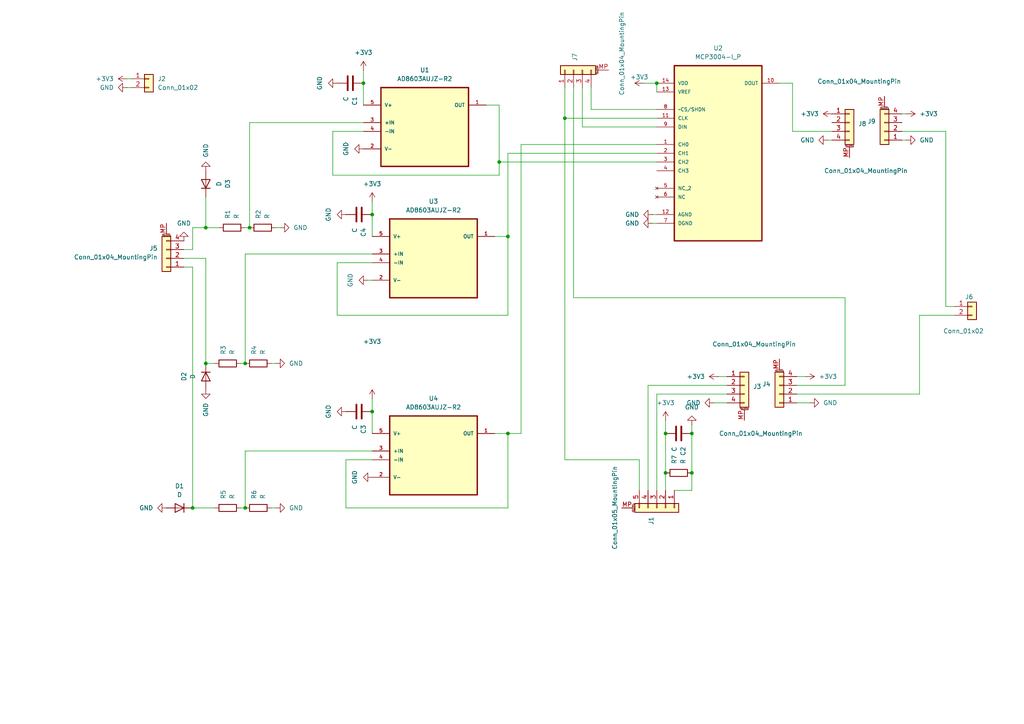
<source format=kicad_sch>
(kicad_sch
	(version 20231120)
	(generator "eeschema")
	(generator_version "8.0")
	(uuid "2c911946-98c1-480d-b3c3-577a5a818654")
	(paper "A4")
	(lib_symbols
		(symbol "Connector_Generic:Conn_01x02"
			(pin_names
				(offset 1.016) hide)
			(exclude_from_sim no)
			(in_bom yes)
			(on_board yes)
			(property "Reference" "J"
				(at 0 2.54 0)
				(effects
					(font
						(size 1.27 1.27)
					)
				)
			)
			(property "Value" "Conn_01x02"
				(at 0 -5.08 0)
				(effects
					(font
						(size 1.27 1.27)
					)
				)
			)
			(property "Footprint" ""
				(at 0 0 0)
				(effects
					(font
						(size 1.27 1.27)
					)
					(hide yes)
				)
			)
			(property "Datasheet" "~"
				(at 0 0 0)
				(effects
					(font
						(size 1.27 1.27)
					)
					(hide yes)
				)
			)
			(property "Description" "Generic connector, single row, 01x02, script generated (kicad-library-utils/schlib/autogen/connector/)"
				(at 0 0 0)
				(effects
					(font
						(size 1.27 1.27)
					)
					(hide yes)
				)
			)
			(property "ki_keywords" "connector"
				(at 0 0 0)
				(effects
					(font
						(size 1.27 1.27)
					)
					(hide yes)
				)
			)
			(property "ki_fp_filters" "Connector*:*_1x??_*"
				(at 0 0 0)
				(effects
					(font
						(size 1.27 1.27)
					)
					(hide yes)
				)
			)
			(symbol "Conn_01x02_1_1"
				(rectangle
					(start -1.27 -2.413)
					(end 0 -2.667)
					(stroke
						(width 0.1524)
						(type default)
					)
					(fill
						(type none)
					)
				)
				(rectangle
					(start -1.27 0.127)
					(end 0 -0.127)
					(stroke
						(width 0.1524)
						(type default)
					)
					(fill
						(type none)
					)
				)
				(rectangle
					(start -1.27 1.27)
					(end 1.27 -3.81)
					(stroke
						(width 0.254)
						(type default)
					)
					(fill
						(type background)
					)
				)
				(pin passive line
					(at -5.08 0 0)
					(length 3.81)
					(name "Pin_1"
						(effects
							(font
								(size 1.27 1.27)
							)
						)
					)
					(number "1"
						(effects
							(font
								(size 1.27 1.27)
							)
						)
					)
				)
				(pin passive line
					(at -5.08 -2.54 0)
					(length 3.81)
					(name "Pin_2"
						(effects
							(font
								(size 1.27 1.27)
							)
						)
					)
					(number "2"
						(effects
							(font
								(size 1.27 1.27)
							)
						)
					)
				)
			)
		)
		(symbol "Connector_Generic_MountingPin:Conn_01x04_MountingPin"
			(pin_names
				(offset 1.016) hide)
			(exclude_from_sim no)
			(in_bom yes)
			(on_board yes)
			(property "Reference" "J"
				(at 0 5.08 0)
				(effects
					(font
						(size 1.27 1.27)
					)
				)
			)
			(property "Value" "Conn_01x04_MountingPin"
				(at 1.27 -7.62 0)
				(effects
					(font
						(size 1.27 1.27)
					)
					(justify left)
				)
			)
			(property "Footprint" ""
				(at 0 0 0)
				(effects
					(font
						(size 1.27 1.27)
					)
					(hide yes)
				)
			)
			(property "Datasheet" "~"
				(at 0 0 0)
				(effects
					(font
						(size 1.27 1.27)
					)
					(hide yes)
				)
			)
			(property "Description" "Generic connectable mounting pin connector, single row, 01x04, script generated (kicad-library-utils/schlib/autogen/connector/)"
				(at 0 0 0)
				(effects
					(font
						(size 1.27 1.27)
					)
					(hide yes)
				)
			)
			(property "ki_keywords" "connector"
				(at 0 0 0)
				(effects
					(font
						(size 1.27 1.27)
					)
					(hide yes)
				)
			)
			(property "ki_fp_filters" "Connector*:*_1x??-1MP*"
				(at 0 0 0)
				(effects
					(font
						(size 1.27 1.27)
					)
					(hide yes)
				)
			)
			(symbol "Conn_01x04_MountingPin_1_1"
				(rectangle
					(start -1.27 -4.953)
					(end 0 -5.207)
					(stroke
						(width 0.1524)
						(type default)
					)
					(fill
						(type none)
					)
				)
				(rectangle
					(start -1.27 -2.413)
					(end 0 -2.667)
					(stroke
						(width 0.1524)
						(type default)
					)
					(fill
						(type none)
					)
				)
				(rectangle
					(start -1.27 0.127)
					(end 0 -0.127)
					(stroke
						(width 0.1524)
						(type default)
					)
					(fill
						(type none)
					)
				)
				(rectangle
					(start -1.27 2.667)
					(end 0 2.413)
					(stroke
						(width 0.1524)
						(type default)
					)
					(fill
						(type none)
					)
				)
				(rectangle
					(start -1.27 3.81)
					(end 1.27 -6.35)
					(stroke
						(width 0.254)
						(type default)
					)
					(fill
						(type background)
					)
				)
				(polyline
					(pts
						(xy -1.016 -7.112) (xy 1.016 -7.112)
					)
					(stroke
						(width 0.1524)
						(type default)
					)
					(fill
						(type none)
					)
				)
				(text "Mounting"
					(at 0 -6.731 0)
					(effects
						(font
							(size 0.381 0.381)
						)
					)
				)
				(pin passive line
					(at -5.08 2.54 0)
					(length 3.81)
					(name "Pin_1"
						(effects
							(font
								(size 1.27 1.27)
							)
						)
					)
					(number "1"
						(effects
							(font
								(size 1.27 1.27)
							)
						)
					)
				)
				(pin passive line
					(at -5.08 0 0)
					(length 3.81)
					(name "Pin_2"
						(effects
							(font
								(size 1.27 1.27)
							)
						)
					)
					(number "2"
						(effects
							(font
								(size 1.27 1.27)
							)
						)
					)
				)
				(pin passive line
					(at -5.08 -2.54 0)
					(length 3.81)
					(name "Pin_3"
						(effects
							(font
								(size 1.27 1.27)
							)
						)
					)
					(number "3"
						(effects
							(font
								(size 1.27 1.27)
							)
						)
					)
				)
				(pin passive line
					(at -5.08 -5.08 0)
					(length 3.81)
					(name "Pin_4"
						(effects
							(font
								(size 1.27 1.27)
							)
						)
					)
					(number "4"
						(effects
							(font
								(size 1.27 1.27)
							)
						)
					)
				)
				(pin passive line
					(at 0 -10.16 90)
					(length 3.048)
					(name "MountPin"
						(effects
							(font
								(size 1.27 1.27)
							)
						)
					)
					(number "MP"
						(effects
							(font
								(size 1.27 1.27)
							)
						)
					)
				)
			)
		)
		(symbol "Connector_Generic_MountingPin:Conn_01x05_MountingPin"
			(pin_names
				(offset 1.016) hide)
			(exclude_from_sim no)
			(in_bom yes)
			(on_board yes)
			(property "Reference" "J"
				(at 0 7.62 0)
				(effects
					(font
						(size 1.27 1.27)
					)
				)
			)
			(property "Value" "Conn_01x05_MountingPin"
				(at 1.27 -7.62 0)
				(effects
					(font
						(size 1.27 1.27)
					)
					(justify left)
				)
			)
			(property "Footprint" ""
				(at 0 0 0)
				(effects
					(font
						(size 1.27 1.27)
					)
					(hide yes)
				)
			)
			(property "Datasheet" "~"
				(at 0 0 0)
				(effects
					(font
						(size 1.27 1.27)
					)
					(hide yes)
				)
			)
			(property "Description" "Generic connectable mounting pin connector, single row, 01x05, script generated (kicad-library-utils/schlib/autogen/connector/)"
				(at 0 0 0)
				(effects
					(font
						(size 1.27 1.27)
					)
					(hide yes)
				)
			)
			(property "ki_keywords" "connector"
				(at 0 0 0)
				(effects
					(font
						(size 1.27 1.27)
					)
					(hide yes)
				)
			)
			(property "ki_fp_filters" "Connector*:*_1x??-1MP*"
				(at 0 0 0)
				(effects
					(font
						(size 1.27 1.27)
					)
					(hide yes)
				)
			)
			(symbol "Conn_01x05_MountingPin_1_1"
				(rectangle
					(start -1.27 -4.953)
					(end 0 -5.207)
					(stroke
						(width 0.1524)
						(type default)
					)
					(fill
						(type none)
					)
				)
				(rectangle
					(start -1.27 -2.413)
					(end 0 -2.667)
					(stroke
						(width 0.1524)
						(type default)
					)
					(fill
						(type none)
					)
				)
				(rectangle
					(start -1.27 0.127)
					(end 0 -0.127)
					(stroke
						(width 0.1524)
						(type default)
					)
					(fill
						(type none)
					)
				)
				(rectangle
					(start -1.27 2.667)
					(end 0 2.413)
					(stroke
						(width 0.1524)
						(type default)
					)
					(fill
						(type none)
					)
				)
				(rectangle
					(start -1.27 5.207)
					(end 0 4.953)
					(stroke
						(width 0.1524)
						(type default)
					)
					(fill
						(type none)
					)
				)
				(rectangle
					(start -1.27 6.35)
					(end 1.27 -6.35)
					(stroke
						(width 0.254)
						(type default)
					)
					(fill
						(type background)
					)
				)
				(polyline
					(pts
						(xy -1.016 -7.112) (xy 1.016 -7.112)
					)
					(stroke
						(width 0.1524)
						(type default)
					)
					(fill
						(type none)
					)
				)
				(text "Mounting"
					(at 0 -6.731 0)
					(effects
						(font
							(size 0.381 0.381)
						)
					)
				)
				(pin passive line
					(at -5.08 5.08 0)
					(length 3.81)
					(name "Pin_1"
						(effects
							(font
								(size 1.27 1.27)
							)
						)
					)
					(number "1"
						(effects
							(font
								(size 1.27 1.27)
							)
						)
					)
				)
				(pin passive line
					(at -5.08 2.54 0)
					(length 3.81)
					(name "Pin_2"
						(effects
							(font
								(size 1.27 1.27)
							)
						)
					)
					(number "2"
						(effects
							(font
								(size 1.27 1.27)
							)
						)
					)
				)
				(pin passive line
					(at -5.08 0 0)
					(length 3.81)
					(name "Pin_3"
						(effects
							(font
								(size 1.27 1.27)
							)
						)
					)
					(number "3"
						(effects
							(font
								(size 1.27 1.27)
							)
						)
					)
				)
				(pin passive line
					(at -5.08 -2.54 0)
					(length 3.81)
					(name "Pin_4"
						(effects
							(font
								(size 1.27 1.27)
							)
						)
					)
					(number "4"
						(effects
							(font
								(size 1.27 1.27)
							)
						)
					)
				)
				(pin passive line
					(at -5.08 -5.08 0)
					(length 3.81)
					(name "Pin_5"
						(effects
							(font
								(size 1.27 1.27)
							)
						)
					)
					(number "5"
						(effects
							(font
								(size 1.27 1.27)
							)
						)
					)
				)
				(pin passive line
					(at 0 -10.16 90)
					(length 3.048)
					(name "MountPin"
						(effects
							(font
								(size 1.27 1.27)
							)
						)
					)
					(number "MP"
						(effects
							(font
								(size 1.27 1.27)
							)
						)
					)
				)
			)
		)
		(symbol "Device:C"
			(pin_numbers hide)
			(pin_names
				(offset 0.254)
			)
			(exclude_from_sim no)
			(in_bom yes)
			(on_board yes)
			(property "Reference" "C"
				(at 0.635 2.54 0)
				(effects
					(font
						(size 1.27 1.27)
					)
					(justify left)
				)
			)
			(property "Value" "C"
				(at 0.635 -2.54 0)
				(effects
					(font
						(size 1.27 1.27)
					)
					(justify left)
				)
			)
			(property "Footprint" ""
				(at 0.9652 -3.81 0)
				(effects
					(font
						(size 1.27 1.27)
					)
					(hide yes)
				)
			)
			(property "Datasheet" "~"
				(at 0 0 0)
				(effects
					(font
						(size 1.27 1.27)
					)
					(hide yes)
				)
			)
			(property "Description" "Unpolarized capacitor"
				(at 0 0 0)
				(effects
					(font
						(size 1.27 1.27)
					)
					(hide yes)
				)
			)
			(property "ki_keywords" "cap capacitor"
				(at 0 0 0)
				(effects
					(font
						(size 1.27 1.27)
					)
					(hide yes)
				)
			)
			(property "ki_fp_filters" "C_*"
				(at 0 0 0)
				(effects
					(font
						(size 1.27 1.27)
					)
					(hide yes)
				)
			)
			(symbol "C_0_1"
				(polyline
					(pts
						(xy -2.032 -0.762) (xy 2.032 -0.762)
					)
					(stroke
						(width 0.508)
						(type default)
					)
					(fill
						(type none)
					)
				)
				(polyline
					(pts
						(xy -2.032 0.762) (xy 2.032 0.762)
					)
					(stroke
						(width 0.508)
						(type default)
					)
					(fill
						(type none)
					)
				)
			)
			(symbol "C_1_1"
				(pin passive line
					(at 0 3.81 270)
					(length 2.794)
					(name "~"
						(effects
							(font
								(size 1.27 1.27)
							)
						)
					)
					(number "1"
						(effects
							(font
								(size 1.27 1.27)
							)
						)
					)
				)
				(pin passive line
					(at 0 -3.81 90)
					(length 2.794)
					(name "~"
						(effects
							(font
								(size 1.27 1.27)
							)
						)
					)
					(number "2"
						(effects
							(font
								(size 1.27 1.27)
							)
						)
					)
				)
			)
		)
		(symbol "Device:D"
			(pin_numbers hide)
			(pin_names
				(offset 1.016) hide)
			(exclude_from_sim no)
			(in_bom yes)
			(on_board yes)
			(property "Reference" "D"
				(at 0 2.54 0)
				(effects
					(font
						(size 1.27 1.27)
					)
				)
			)
			(property "Value" "D"
				(at 0 -2.54 0)
				(effects
					(font
						(size 1.27 1.27)
					)
				)
			)
			(property "Footprint" ""
				(at 0 0 0)
				(effects
					(font
						(size 1.27 1.27)
					)
					(hide yes)
				)
			)
			(property "Datasheet" "~"
				(at 0 0 0)
				(effects
					(font
						(size 1.27 1.27)
					)
					(hide yes)
				)
			)
			(property "Description" "Diode"
				(at 0 0 0)
				(effects
					(font
						(size 1.27 1.27)
					)
					(hide yes)
				)
			)
			(property "Sim.Device" "D"
				(at 0 0 0)
				(effects
					(font
						(size 1.27 1.27)
					)
					(hide yes)
				)
			)
			(property "Sim.Pins" "1=K 2=A"
				(at 0 0 0)
				(effects
					(font
						(size 1.27 1.27)
					)
					(hide yes)
				)
			)
			(property "ki_keywords" "diode"
				(at 0 0 0)
				(effects
					(font
						(size 1.27 1.27)
					)
					(hide yes)
				)
			)
			(property "ki_fp_filters" "TO-???* *_Diode_* *SingleDiode* D_*"
				(at 0 0 0)
				(effects
					(font
						(size 1.27 1.27)
					)
					(hide yes)
				)
			)
			(symbol "D_0_1"
				(polyline
					(pts
						(xy -1.27 1.27) (xy -1.27 -1.27)
					)
					(stroke
						(width 0.254)
						(type default)
					)
					(fill
						(type none)
					)
				)
				(polyline
					(pts
						(xy 1.27 0) (xy -1.27 0)
					)
					(stroke
						(width 0)
						(type default)
					)
					(fill
						(type none)
					)
				)
				(polyline
					(pts
						(xy 1.27 1.27) (xy 1.27 -1.27) (xy -1.27 0) (xy 1.27 1.27)
					)
					(stroke
						(width 0.254)
						(type default)
					)
					(fill
						(type none)
					)
				)
			)
			(symbol "D_1_1"
				(pin passive line
					(at -3.81 0 0)
					(length 2.54)
					(name "K"
						(effects
							(font
								(size 1.27 1.27)
							)
						)
					)
					(number "1"
						(effects
							(font
								(size 1.27 1.27)
							)
						)
					)
				)
				(pin passive line
					(at 3.81 0 180)
					(length 2.54)
					(name "A"
						(effects
							(font
								(size 1.27 1.27)
							)
						)
					)
					(number "2"
						(effects
							(font
								(size 1.27 1.27)
							)
						)
					)
				)
			)
		)
		(symbol "Device:R"
			(pin_numbers hide)
			(pin_names
				(offset 0)
			)
			(exclude_from_sim no)
			(in_bom yes)
			(on_board yes)
			(property "Reference" "R"
				(at 2.032 0 90)
				(effects
					(font
						(size 1.27 1.27)
					)
				)
			)
			(property "Value" "R"
				(at 0 0 90)
				(effects
					(font
						(size 1.27 1.27)
					)
				)
			)
			(property "Footprint" ""
				(at -1.778 0 90)
				(effects
					(font
						(size 1.27 1.27)
					)
					(hide yes)
				)
			)
			(property "Datasheet" "~"
				(at 0 0 0)
				(effects
					(font
						(size 1.27 1.27)
					)
					(hide yes)
				)
			)
			(property "Description" "Resistor"
				(at 0 0 0)
				(effects
					(font
						(size 1.27 1.27)
					)
					(hide yes)
				)
			)
			(property "ki_keywords" "R res resistor"
				(at 0 0 0)
				(effects
					(font
						(size 1.27 1.27)
					)
					(hide yes)
				)
			)
			(property "ki_fp_filters" "R_*"
				(at 0 0 0)
				(effects
					(font
						(size 1.27 1.27)
					)
					(hide yes)
				)
			)
			(symbol "R_0_1"
				(rectangle
					(start -1.016 -2.54)
					(end 1.016 2.54)
					(stroke
						(width 0.254)
						(type default)
					)
					(fill
						(type none)
					)
				)
			)
			(symbol "R_1_1"
				(pin passive line
					(at 0 3.81 270)
					(length 1.27)
					(name "~"
						(effects
							(font
								(size 1.27 1.27)
							)
						)
					)
					(number "1"
						(effects
							(font
								(size 1.27 1.27)
							)
						)
					)
				)
				(pin passive line
					(at 0 -3.81 90)
					(length 1.27)
					(name "~"
						(effects
							(font
								(size 1.27 1.27)
							)
						)
					)
					(number "2"
						(effects
							(font
								(size 1.27 1.27)
							)
						)
					)
				)
			)
		)
		(symbol "New_Library:AD8603AUJZ-R2"
			(pin_names
				(offset 1.016)
			)
			(exclude_from_sim no)
			(in_bom yes)
			(on_board yes)
			(property "Reference" "U"
				(at -4.7244 11.6586 0)
				(effects
					(font
						(size 1.27 1.27)
					)
					(justify left bottom)
				)
			)
			(property "Value" "AD8603AUJZ-R2"
				(at -5.7404 -21.1074 0)
				(effects
					(font
						(size 1.27 1.27)
					)
					(justify left bottom)
				)
			)
			(property "Footprint" "AD8603AUJZ-R2:SOT95P280X100-5N"
				(at 0 0 0)
				(effects
					(font
						(size 1.27 1.27)
					)
					(justify bottom)
					(hide yes)
				)
			)
			(property "Datasheet" ""
				(at 0 0 0)
				(effects
					(font
						(size 1.27 1.27)
					)
					(hide yes)
				)
			)
			(property "Description" ""
				(at 0 0 0)
				(effects
					(font
						(size 1.27 1.27)
					)
					(hide yes)
				)
			)
			(property "MF" "Analog Devices"
				(at -0.508 11.176 0)
				(effects
					(font
						(size 1.27 1.27)
					)
					(justify bottom)
					(hide yes)
				)
			)
			(property "Description_1" "\n                        \n                            MicroPower RRIO Low Noise Precision Single CMOS Op Amp\n                        \n"
				(at 0 0 0)
				(effects
					(font
						(size 1.27 1.27)
					)
					(justify bottom)
					(hide yes)
				)
			)
			(property "PACKAGE" "SOT-23-5"
				(at 0 0 0)
				(effects
					(font
						(size 1.27 1.27)
					)
					(justify bottom)
					(hide yes)
				)
			)
			(property "MPN" "AD8603AUJZ-R2"
				(at 0.762 -9.906 0)
				(effects
					(font
						(size 1.27 1.27)
					)
					(justify bottom)
					(hide yes)
				)
			)
			(property "Price" "None"
				(at 0 0 0)
				(effects
					(font
						(size 1.27 1.27)
					)
					(justify bottom)
					(hide yes)
				)
			)
			(property "Package" "TSOT-5 Analog Devices"
				(at 30.48 -11.938 0)
				(effects
					(font
						(size 1.27 1.27)
					)
					(justify bottom)
					(hide yes)
				)
			)
			(property "OC_FARNELL" "1319467"
				(at 0 0 0)
				(effects
					(font
						(size 1.27 1.27)
					)
					(justify bottom)
					(hide yes)
				)
			)
			(property "SnapEDA_Link" "https://www.snapeda.com/parts/AD8603AUJZ-R2/Analog+Devices/view-part/?ref=snap"
				(at -2.032 -25.4 0)
				(effects
					(font
						(size 1.27 1.27)
					)
					(justify bottom)
					(hide yes)
				)
			)
			(property "MP" "AD8603AUJZ-R2"
				(at 0 0 0)
				(effects
					(font
						(size 1.27 1.27)
					)
					(justify bottom)
					(hide yes)
				)
			)
			(property "SUPPLIER" "ANALOG DEVICES"
				(at 0 0 0)
				(effects
					(font
						(size 1.27 1.27)
					)
					(justify bottom)
					(hide yes)
				)
			)
			(property "OC_NEWARK" "19M8923"
				(at 0 0 0)
				(effects
					(font
						(size 1.27 1.27)
					)
					(justify bottom)
					(hide yes)
				)
			)
			(property "Availability" "In Stock"
				(at 0 0 0)
				(effects
					(font
						(size 1.27 1.27)
					)
					(justify bottom)
					(hide yes)
				)
			)
			(property "Check_prices" "https://www.snapeda.com/parts/AD8603AUJZ-R2/Analog+Devices/view-part/?ref=eda"
				(at -3.302 -31.242 0)
				(effects
					(font
						(size 1.27 1.27)
					)
					(justify bottom)
					(hide yes)
				)
			)
			(symbol "AD8603AUJZ-R2_0_0"
				(rectangle
					(start -12.7 -15.24)
					(end 12.7 7.62)
					(stroke
						(width 0.4064)
						(type default)
					)
					(fill
						(type background)
					)
				)
				(pin output line
					(at 17.78 2.54 180)
					(length 5.08)
					(name "OUT"
						(effects
							(font
								(size 1.016 1.016)
							)
						)
					)
					(number "1"
						(effects
							(font
								(size 1.016 1.016)
							)
						)
					)
				)
				(pin power_in line
					(at -17.78 -10.16 0)
					(length 5.08)
					(name "V-"
						(effects
							(font
								(size 1.016 1.016)
							)
						)
					)
					(number "2"
						(effects
							(font
								(size 1.016 1.016)
							)
						)
					)
				)
				(pin input line
					(at -17.78 -2.54 0)
					(length 5.08)
					(name "+IN"
						(effects
							(font
								(size 1.016 1.016)
							)
						)
					)
					(number "3"
						(effects
							(font
								(size 1.016 1.016)
							)
						)
					)
				)
				(pin input line
					(at -17.78 -5.08 0)
					(length 5.08)
					(name "-IN"
						(effects
							(font
								(size 1.016 1.016)
							)
						)
					)
					(number "4"
						(effects
							(font
								(size 1.016 1.016)
							)
						)
					)
				)
				(pin power_in line
					(at -17.78 2.54 0)
					(length 5.08)
					(name "V+"
						(effects
							(font
								(size 1.016 1.016)
							)
						)
					)
					(number "5"
						(effects
							(font
								(size 1.016 1.016)
							)
						)
					)
				)
			)
		)
		(symbol "New_Library:MCP3004-I_P"
			(pin_names
				(offset 1.016)
			)
			(exclude_from_sim no)
			(in_bom yes)
			(on_board yes)
			(property "Reference" "U"
				(at -4.7323 26.9434 0)
				(effects
					(font
						(size 1.27 1.27)
					)
					(justify left bottom)
				)
			)
			(property "Value" "MCP3004-I_P"
				(at -6.0827 -33.4421 0)
				(effects
					(font
						(size 1.27 1.27)
					)
					(justify left bottom)
				)
			)
			(property "Footprint" "MCP3004-I_P:DIP254P762X432-14"
				(at 0 0 0)
				(effects
					(font
						(size 1.27 1.27)
					)
					(justify bottom)
					(hide yes)
				)
			)
			(property "Datasheet" ""
				(at 0 0 0)
				(effects
					(font
						(size 1.27 1.27)
					)
					(hide yes)
				)
			)
			(property "Description" ""
				(at 0 0 0)
				(effects
					(font
						(size 1.27 1.27)
					)
					(hide yes)
				)
			)
			(property "MF" "Microchip"
				(at 0 0 0)
				(effects
					(font
						(size 1.27 1.27)
					)
					(justify bottom)
					(hide yes)
				)
			)
			(property "Description_1" "\nMicrochip MCP3004-I/P, 10 bit Serial ADC, Differential Input, 14-Pin PDIP | Microchip Technology Inc. MCP3004-I/P\n"
				(at 0 0 0)
				(effects
					(font
						(size 1.27 1.27)
					)
					(justify bottom)
					(hide yes)
				)
			)
			(property "PACKAGE" "DIP-14"
				(at 0 0 0)
				(effects
					(font
						(size 1.27 1.27)
					)
					(justify bottom)
					(hide yes)
				)
			)
			(property "MPN" "MCP3004-I/P"
				(at 0 0 0)
				(effects
					(font
						(size 1.27 1.27)
					)
					(justify bottom)
					(hide yes)
				)
			)
			(property "Price" "None"
				(at 0 0 0)
				(effects
					(font
						(size 1.27 1.27)
					)
					(justify bottom)
					(hide yes)
				)
			)
			(property "Package" "DIP-14 Microchip"
				(at 0 0 0)
				(effects
					(font
						(size 1.27 1.27)
					)
					(justify bottom)
					(hide yes)
				)
			)
			(property "OC_FARNELL" "-"
				(at 0 0 0)
				(effects
					(font
						(size 1.27 1.27)
					)
					(justify bottom)
					(hide yes)
				)
			)
			(property "SnapEDA_Link" "https://www.snapeda.com/parts/MCP3004-I/P/Microchip/view-part/?ref=snap"
				(at 0 0 0)
				(effects
					(font
						(size 1.27 1.27)
					)
					(justify bottom)
					(hide yes)
				)
			)
			(property "MP" "MCP3004-I/P"
				(at 0 0 0)
				(effects
					(font
						(size 1.27 1.27)
					)
					(justify bottom)
					(hide yes)
				)
			)
			(property "SUPPLIER" "Microchip"
				(at 0 0 0)
				(effects
					(font
						(size 1.27 1.27)
					)
					(justify bottom)
					(hide yes)
				)
			)
			(property "OC_NEWARK" "19C7195"
				(at 0 0 0)
				(effects
					(font
						(size 1.27 1.27)
					)
					(justify bottom)
					(hide yes)
				)
			)
			(property "Availability" "In Stock"
				(at 0 0 0)
				(effects
					(font
						(size 1.27 1.27)
					)
					(justify bottom)
					(hide yes)
				)
			)
			(property "Check_prices" "https://www.snapeda.com/parts/MCP3004-I/P/Microchip/view-part/?ref=eda"
				(at 0 0 0)
				(effects
					(font
						(size 1.27 1.27)
					)
					(justify bottom)
					(hide yes)
				)
			)
			(symbol "MCP3004-I_P_0_0"
				(rectangle
					(start -12.7 -27.94)
					(end 12.7 22.86)
					(stroke
						(width 0.4064)
						(type default)
					)
					(fill
						(type background)
					)
				)
				(pin input line
					(at -17.78 0 0)
					(length 5.08)
					(name "CH0"
						(effects
							(font
								(size 1.016 1.016)
							)
						)
					)
					(number "1"
						(effects
							(font
								(size 1.016 1.016)
							)
						)
					)
				)
				(pin output line
					(at 17.78 17.78 180)
					(length 5.08)
					(name "DOUT"
						(effects
							(font
								(size 1.016 1.016)
							)
						)
					)
					(number "10"
						(effects
							(font
								(size 1.016 1.016)
							)
						)
					)
				)
				(pin input line
					(at -17.78 7.62 0)
					(length 5.08)
					(name "CLK"
						(effects
							(font
								(size 1.016 1.016)
							)
						)
					)
					(number "11"
						(effects
							(font
								(size 1.016 1.016)
							)
						)
					)
				)
				(pin passive line
					(at -17.78 -20.32 0)
					(length 5.08)
					(name "AGND"
						(effects
							(font
								(size 1.016 1.016)
							)
						)
					)
					(number "12"
						(effects
							(font
								(size 1.016 1.016)
							)
						)
					)
				)
				(pin power_in line
					(at -17.78 15.24 0)
					(length 5.08)
					(name "VREF"
						(effects
							(font
								(size 1.016 1.016)
							)
						)
					)
					(number "13"
						(effects
							(font
								(size 1.016 1.016)
							)
						)
					)
				)
				(pin power_in line
					(at -17.78 17.78 0)
					(length 5.08)
					(name "VDD"
						(effects
							(font
								(size 1.016 1.016)
							)
						)
					)
					(number "14"
						(effects
							(font
								(size 1.016 1.016)
							)
						)
					)
				)
				(pin input line
					(at -17.78 -2.54 0)
					(length 5.08)
					(name "CH1"
						(effects
							(font
								(size 1.016 1.016)
							)
						)
					)
					(number "2"
						(effects
							(font
								(size 1.016 1.016)
							)
						)
					)
				)
				(pin input line
					(at -17.78 -5.08 0)
					(length 5.08)
					(name "CH2"
						(effects
							(font
								(size 1.016 1.016)
							)
						)
					)
					(number "3"
						(effects
							(font
								(size 1.016 1.016)
							)
						)
					)
				)
				(pin input line
					(at -17.78 -7.62 0)
					(length 5.08)
					(name "CH3"
						(effects
							(font
								(size 1.016 1.016)
							)
						)
					)
					(number "4"
						(effects
							(font
								(size 1.016 1.016)
							)
						)
					)
				)
				(pin no_connect line
					(at -17.78 -12.7 0)
					(length 5.08)
					(name "NC_2"
						(effects
							(font
								(size 1.016 1.016)
							)
						)
					)
					(number "5"
						(effects
							(font
								(size 1.016 1.016)
							)
						)
					)
				)
				(pin no_connect line
					(at -17.78 -15.24 0)
					(length 5.08)
					(name "NC"
						(effects
							(font
								(size 1.016 1.016)
							)
						)
					)
					(number "6"
						(effects
							(font
								(size 1.016 1.016)
							)
						)
					)
				)
				(pin passive line
					(at -17.78 -22.86 0)
					(length 5.08)
					(name "DGND"
						(effects
							(font
								(size 1.016 1.016)
							)
						)
					)
					(number "7"
						(effects
							(font
								(size 1.016 1.016)
							)
						)
					)
				)
				(pin input line
					(at -17.78 10.16 0)
					(length 5.08)
					(name "~CS/SHDN"
						(effects
							(font
								(size 1.016 1.016)
							)
						)
					)
					(number "8"
						(effects
							(font
								(size 1.016 1.016)
							)
						)
					)
				)
				(pin input line
					(at -17.78 5.08 0)
					(length 5.08)
					(name "DIN"
						(effects
							(font
								(size 1.016 1.016)
							)
						)
					)
					(number "9"
						(effects
							(font
								(size 1.016 1.016)
							)
						)
					)
				)
			)
		)
		(symbol "power:+3V3"
			(power)
			(pin_numbers hide)
			(pin_names
				(offset 0) hide)
			(exclude_from_sim no)
			(in_bom yes)
			(on_board yes)
			(property "Reference" "#PWR"
				(at 0 -3.81 0)
				(effects
					(font
						(size 1.27 1.27)
					)
					(hide yes)
				)
			)
			(property "Value" "+3V3"
				(at 0 3.556 0)
				(effects
					(font
						(size 1.27 1.27)
					)
				)
			)
			(property "Footprint" ""
				(at 0 0 0)
				(effects
					(font
						(size 1.27 1.27)
					)
					(hide yes)
				)
			)
			(property "Datasheet" ""
				(at 0 0 0)
				(effects
					(font
						(size 1.27 1.27)
					)
					(hide yes)
				)
			)
			(property "Description" "Power symbol creates a global label with name \"+3V3\""
				(at 0 0 0)
				(effects
					(font
						(size 1.27 1.27)
					)
					(hide yes)
				)
			)
			(property "ki_keywords" "global power"
				(at 0 0 0)
				(effects
					(font
						(size 1.27 1.27)
					)
					(hide yes)
				)
			)
			(symbol "+3V3_0_1"
				(polyline
					(pts
						(xy -0.762 1.27) (xy 0 2.54)
					)
					(stroke
						(width 0)
						(type default)
					)
					(fill
						(type none)
					)
				)
				(polyline
					(pts
						(xy 0 0) (xy 0 2.54)
					)
					(stroke
						(width 0)
						(type default)
					)
					(fill
						(type none)
					)
				)
				(polyline
					(pts
						(xy 0 2.54) (xy 0.762 1.27)
					)
					(stroke
						(width 0)
						(type default)
					)
					(fill
						(type none)
					)
				)
			)
			(symbol "+3V3_1_1"
				(pin power_in line
					(at 0 0 90)
					(length 0)
					(name "~"
						(effects
							(font
								(size 1.27 1.27)
							)
						)
					)
					(number "1"
						(effects
							(font
								(size 1.27 1.27)
							)
						)
					)
				)
			)
		)
		(symbol "power:GND"
			(power)
			(pin_numbers hide)
			(pin_names
				(offset 0) hide)
			(exclude_from_sim no)
			(in_bom yes)
			(on_board yes)
			(property "Reference" "#PWR"
				(at 0 -6.35 0)
				(effects
					(font
						(size 1.27 1.27)
					)
					(hide yes)
				)
			)
			(property "Value" "GND"
				(at 0 -3.81 0)
				(effects
					(font
						(size 1.27 1.27)
					)
				)
			)
			(property "Footprint" ""
				(at 0 0 0)
				(effects
					(font
						(size 1.27 1.27)
					)
					(hide yes)
				)
			)
			(property "Datasheet" ""
				(at 0 0 0)
				(effects
					(font
						(size 1.27 1.27)
					)
					(hide yes)
				)
			)
			(property "Description" "Power symbol creates a global label with name \"GND\" , ground"
				(at 0 0 0)
				(effects
					(font
						(size 1.27 1.27)
					)
					(hide yes)
				)
			)
			(property "ki_keywords" "global power"
				(at 0 0 0)
				(effects
					(font
						(size 1.27 1.27)
					)
					(hide yes)
				)
			)
			(symbol "GND_0_1"
				(polyline
					(pts
						(xy 0 0) (xy 0 -1.27) (xy 1.27 -1.27) (xy 0 -2.54) (xy -1.27 -1.27) (xy 0 -1.27)
					)
					(stroke
						(width 0)
						(type default)
					)
					(fill
						(type none)
					)
				)
			)
			(symbol "GND_1_1"
				(pin power_in line
					(at 0 0 270)
					(length 0)
					(name "~"
						(effects
							(font
								(size 1.27 1.27)
							)
						)
					)
					(number "1"
						(effects
							(font
								(size 1.27 1.27)
							)
						)
					)
				)
			)
		)
	)
	(junction
		(at 147.32 125.73)
		(diameter 0)
		(color 0 0 0 0)
		(uuid "25f09b67-1620-45e9-8404-c50d68be4391")
	)
	(junction
		(at 107.95 62.23)
		(diameter 0)
		(color 0 0 0 0)
		(uuid "296f18bc-c446-443b-9ce0-4d2dc4dd7085")
	)
	(junction
		(at 163.83 34.29)
		(diameter 0)
		(color 0 0 0 0)
		(uuid "5ca2343f-c0bc-4222-b1de-79cbd5108baf")
	)
	(junction
		(at 190.5 24.13)
		(diameter 0)
		(color 0 0 0 0)
		(uuid "6074edc3-07a3-4360-88d0-5933049ef855")
	)
	(junction
		(at 200.66 137.16)
		(diameter 0)
		(color 0 0 0 0)
		(uuid "73930190-1d1d-4f93-b55a-dfd77312b7df")
	)
	(junction
		(at 71.12 147.32)
		(diameter 0)
		(color 0 0 0 0)
		(uuid "8230c497-8ff5-4c69-b45d-f3017b998c70")
	)
	(junction
		(at 193.04 137.16)
		(diameter 0)
		(color 0 0 0 0)
		(uuid "8326d4da-add8-46d8-a050-cbd0d3a218d4")
	)
	(junction
		(at 71.12 105.41)
		(diameter 0)
		(color 0 0 0 0)
		(uuid "89161088-e77e-41e7-98a8-c953ccd90f89")
	)
	(junction
		(at 59.69 66.04)
		(diameter 0)
		(color 0 0 0 0)
		(uuid "8b7da6a8-3cdb-4d31-93b2-a0cd32c1daf1")
	)
	(junction
		(at 72.39 66.04)
		(diameter 0)
		(color 0 0 0 0)
		(uuid "9dc4b19e-86b2-47b6-ba7e-544900125daa")
	)
	(junction
		(at 200.66 125.73)
		(diameter 0)
		(color 0 0 0 0)
		(uuid "a1e5c8bc-351f-45c6-9707-bae8b6a2bc42")
	)
	(junction
		(at 193.04 125.73)
		(diameter 0)
		(color 0 0 0 0)
		(uuid "a475c005-afaa-4523-a6d8-aa192f09c05f")
	)
	(junction
		(at 59.69 105.41)
		(diameter 0)
		(color 0 0 0 0)
		(uuid "a67f083c-2fc0-450a-9234-c5cfc44a7f3e")
	)
	(junction
		(at 55.88 147.32)
		(diameter 0)
		(color 0 0 0 0)
		(uuid "be6573c3-83ea-48f7-9435-b934553b50b7")
	)
	(junction
		(at 107.95 119.38)
		(diameter 0)
		(color 0 0 0 0)
		(uuid "c36a603e-94e3-4e4e-b000-1d718c7a075f")
	)
	(junction
		(at 105.41 24.13)
		(diameter 0)
		(color 0 0 0 0)
		(uuid "c93f08e5-0a4a-486b-a0da-9447025a9ab2")
	)
	(junction
		(at 147.32 68.58)
		(diameter 0)
		(color 0 0 0 0)
		(uuid "d108d022-25ad-4e09-9d90-0339e30d61d6")
	)
	(junction
		(at 144.78 46.99)
		(diameter 0)
		(color 0 0 0 0)
		(uuid "de6520ab-67c6-4a48-8dff-946f4c5b4610")
	)
	(wire
		(pts
			(xy 163.83 34.29) (xy 163.83 133.35)
		)
		(stroke
			(width 0)
			(type default)
		)
		(uuid "01a42215-2d9f-4046-ade9-0a21fd4cc865")
	)
	(wire
		(pts
			(xy 69.85 105.41) (xy 71.12 105.41)
		)
		(stroke
			(width 0)
			(type default)
		)
		(uuid "030faeb2-6f1d-402a-8b28-0e00bbe19a77")
	)
	(wire
		(pts
			(xy 100.33 147.32) (xy 147.32 147.32)
		)
		(stroke
			(width 0)
			(type default)
		)
		(uuid "07aefd78-6159-4f10-aa4f-797e533eaded")
	)
	(wire
		(pts
			(xy 193.04 121.92) (xy 193.04 125.73)
		)
		(stroke
			(width 0)
			(type default)
		)
		(uuid "089ed578-5752-4389-b9d8-79fd89f322fb")
	)
	(wire
		(pts
			(xy 231.14 114.3) (xy 266.7 114.3)
		)
		(stroke
			(width 0)
			(type default)
		)
		(uuid "0c5ea77f-e750-44f3-b513-68059f36338a")
	)
	(wire
		(pts
			(xy 163.83 34.29) (xy 190.5 34.29)
		)
		(stroke
			(width 0)
			(type default)
		)
		(uuid "0c5fdd1a-af04-4c6e-a441-750f7ae722f6")
	)
	(wire
		(pts
			(xy 266.7 91.44) (xy 266.7 114.3)
		)
		(stroke
			(width 0)
			(type default)
		)
		(uuid "0c7da569-6a8b-473e-953b-daf91342a34f")
	)
	(wire
		(pts
			(xy 186.69 24.13) (xy 190.5 24.13)
		)
		(stroke
			(width 0)
			(type default)
		)
		(uuid "116a885b-15d4-42b4-84fa-69452f915f5a")
	)
	(wire
		(pts
			(xy 190.5 31.75) (xy 171.45 31.75)
		)
		(stroke
			(width 0)
			(type default)
		)
		(uuid "1204417f-6f27-407d-a7b4-a700f33ca41d")
	)
	(wire
		(pts
			(xy 107.95 115.57) (xy 107.95 119.38)
		)
		(stroke
			(width 0)
			(type default)
		)
		(uuid "132d0aa1-5b2f-4b2a-aa1f-16b5e5169a02")
	)
	(wire
		(pts
			(xy 200.66 142.24) (xy 195.58 142.24)
		)
		(stroke
			(width 0)
			(type default)
		)
		(uuid "13e07277-bfb2-4551-8b16-44ec320d0665")
	)
	(wire
		(pts
			(xy 147.32 125.73) (xy 143.51 125.73)
		)
		(stroke
			(width 0)
			(type default)
		)
		(uuid "13f135a7-59f6-4ef1-8820-7110f4ac4235")
	)
	(wire
		(pts
			(xy 193.04 137.16) (xy 193.04 142.24)
		)
		(stroke
			(width 0)
			(type default)
		)
		(uuid "13fc66f0-2bbc-4005-b393-41b4a92e5223")
	)
	(wire
		(pts
			(xy 107.95 130.81) (xy 71.12 130.81)
		)
		(stroke
			(width 0)
			(type default)
		)
		(uuid "1be14f3c-ef7a-4c26-b065-24ab456e6468")
	)
	(wire
		(pts
			(xy 97.79 91.44) (xy 147.32 91.44)
		)
		(stroke
			(width 0)
			(type default)
		)
		(uuid "1c1f592e-9799-4012-b5d1-c3f64aedd14c")
	)
	(wire
		(pts
			(xy 55.88 66.04) (xy 55.88 72.39)
		)
		(stroke
			(width 0)
			(type default)
		)
		(uuid "1e5c2c1c-b168-46fd-a71c-b02c1eff809e")
	)
	(wire
		(pts
			(xy 189.23 64.77) (xy 190.5 64.77)
		)
		(stroke
			(width 0)
			(type default)
		)
		(uuid "1e812f37-58ca-4a63-993f-e6f2f798463b")
	)
	(wire
		(pts
			(xy 166.37 86.36) (xy 245.11 86.36)
		)
		(stroke
			(width 0)
			(type default)
		)
		(uuid "1f52eb0d-483d-45c7-97f5-cf9f3f8173d1")
	)
	(wire
		(pts
			(xy 151.13 41.91) (xy 190.5 41.91)
		)
		(stroke
			(width 0)
			(type default)
		)
		(uuid "23e11f7d-0e9f-48cb-bec2-bc8928f79ee5")
	)
	(wire
		(pts
			(xy 189.23 62.23) (xy 190.5 62.23)
		)
		(stroke
			(width 0)
			(type default)
		)
		(uuid "275b1827-f55b-438c-b608-3e5169be96ed")
	)
	(wire
		(pts
			(xy 185.42 133.35) (xy 185.42 142.24)
		)
		(stroke
			(width 0)
			(type default)
		)
		(uuid "286eaa21-eab6-46bc-b7c7-e3beefabc90d")
	)
	(wire
		(pts
			(xy 69.85 147.32) (xy 71.12 147.32)
		)
		(stroke
			(width 0)
			(type default)
		)
		(uuid "2c630017-7df1-447d-b649-9abfbbe1ed25")
	)
	(wire
		(pts
			(xy 208.28 109.22) (xy 210.82 109.22)
		)
		(stroke
			(width 0)
			(type default)
		)
		(uuid "2d27b0af-1622-4341-9c05-ec7250f1328c")
	)
	(wire
		(pts
			(xy 55.88 77.47) (xy 55.88 147.32)
		)
		(stroke
			(width 0)
			(type default)
		)
		(uuid "2ebf77fc-4b7e-4d91-b812-3824cee9b886")
	)
	(wire
		(pts
			(xy 107.95 73.66) (xy 71.12 73.66)
		)
		(stroke
			(width 0)
			(type default)
		)
		(uuid "2fcfaf4c-4332-4d26-b5b4-bd8ae303231a")
	)
	(wire
		(pts
			(xy 274.32 38.1) (xy 274.32 88.9)
		)
		(stroke
			(width 0)
			(type default)
		)
		(uuid "2ff78327-7e37-44ff-a50b-0525ef67fb87")
	)
	(wire
		(pts
			(xy 106.68 81.28) (xy 107.95 81.28)
		)
		(stroke
			(width 0)
			(type default)
		)
		(uuid "316a5a2b-d562-4cb0-9bbd-4c93ff5c3849")
	)
	(wire
		(pts
			(xy 107.95 62.23) (xy 107.95 68.58)
		)
		(stroke
			(width 0)
			(type default)
		)
		(uuid "33785c6f-c580-486f-b38b-89c6ecb94acf")
	)
	(wire
		(pts
			(xy 78.74 147.32) (xy 80.01 147.32)
		)
		(stroke
			(width 0)
			(type default)
		)
		(uuid "340d3156-804b-4ae7-9341-d0238a2383f1")
	)
	(wire
		(pts
			(xy 59.69 105.41) (xy 62.23 105.41)
		)
		(stroke
			(width 0)
			(type default)
		)
		(uuid "3485c8ee-4d16-4162-b681-1377c950e004")
	)
	(wire
		(pts
			(xy 71.12 130.81) (xy 71.12 147.32)
		)
		(stroke
			(width 0)
			(type default)
		)
		(uuid "365faa4d-e98c-42a3-9be8-87c14f176e2b")
	)
	(wire
		(pts
			(xy 63.5 66.04) (xy 59.69 66.04)
		)
		(stroke
			(width 0)
			(type default)
		)
		(uuid "3acce9a1-a222-430a-ac2e-d8c4c122d4c8")
	)
	(wire
		(pts
			(xy 190.5 26.67) (xy 190.5 24.13)
		)
		(stroke
			(width 0)
			(type default)
		)
		(uuid "41b40766-1fd8-462f-a8e3-708822b4ff19")
	)
	(wire
		(pts
			(xy 262.89 33.02) (xy 261.62 33.02)
		)
		(stroke
			(width 0)
			(type default)
		)
		(uuid "446ddcb2-6d9c-40fe-86df-6482e763fd8d")
	)
	(wire
		(pts
			(xy 262.89 40.64) (xy 261.62 40.64)
		)
		(stroke
			(width 0)
			(type default)
		)
		(uuid "462b9ae5-0761-4ca4-8cbf-1696c20774e9")
	)
	(wire
		(pts
			(xy 163.83 25.4) (xy 163.83 34.29)
		)
		(stroke
			(width 0)
			(type default)
		)
		(uuid "470148aa-bc6c-45ed-b3ae-9b3ebcefc48e")
	)
	(wire
		(pts
			(xy 144.78 30.48) (xy 144.78 46.99)
		)
		(stroke
			(width 0)
			(type default)
		)
		(uuid "482d1080-a12d-43b7-a516-45bfae3eed96")
	)
	(wire
		(pts
			(xy 71.12 73.66) (xy 71.12 105.41)
		)
		(stroke
			(width 0)
			(type default)
		)
		(uuid "491431f6-3754-4412-b86b-a5cc4cb2b92d")
	)
	(wire
		(pts
			(xy 144.78 46.99) (xy 190.5 46.99)
		)
		(stroke
			(width 0)
			(type default)
		)
		(uuid "4986699e-3f87-4d79-9739-fe166062fb09")
	)
	(wire
		(pts
			(xy 105.41 20.32) (xy 105.41 24.13)
		)
		(stroke
			(width 0)
			(type default)
		)
		(uuid "4ee0c7d1-d790-4de5-b384-327a94c34d71")
	)
	(wire
		(pts
			(xy 59.69 66.04) (xy 55.88 66.04)
		)
		(stroke
			(width 0)
			(type default)
		)
		(uuid "4eec2490-10a8-4b33-a389-edcc20b2a457")
	)
	(wire
		(pts
			(xy 200.66 123.19) (xy 200.66 125.73)
		)
		(stroke
			(width 0)
			(type default)
		)
		(uuid "52ba90fb-8fb0-4150-9a48-15dc8c7787b0")
	)
	(wire
		(pts
			(xy 53.34 77.47) (xy 55.88 77.47)
		)
		(stroke
			(width 0)
			(type default)
		)
		(uuid "587f5cba-fac3-4328-901c-e9ced477246b")
	)
	(wire
		(pts
			(xy 147.32 147.32) (xy 147.32 125.73)
		)
		(stroke
			(width 0)
			(type default)
		)
		(uuid "597fffb1-2c08-43e3-bb84-2842c4dd0fc6")
	)
	(wire
		(pts
			(xy 187.96 111.76) (xy 210.82 111.76)
		)
		(stroke
			(width 0)
			(type default)
		)
		(uuid "5f1726d7-ffcb-48f0-ad96-7d906dd134ca")
	)
	(wire
		(pts
			(xy 200.66 137.16) (xy 200.66 142.24)
		)
		(stroke
			(width 0)
			(type default)
		)
		(uuid "62c0fa2f-ad20-4d31-8c46-1c7b20ce1fb4")
	)
	(wire
		(pts
			(xy 200.66 125.73) (xy 200.66 137.16)
		)
		(stroke
			(width 0)
			(type default)
		)
		(uuid "6634d77c-b2b9-4b0c-a9e1-bba39fcab82f")
	)
	(wire
		(pts
			(xy 261.62 38.1) (xy 274.32 38.1)
		)
		(stroke
			(width 0)
			(type default)
		)
		(uuid "69b25d6a-83f9-4c07-941e-cea3772ba4c7")
	)
	(wire
		(pts
			(xy 147.32 68.58) (xy 147.32 91.44)
		)
		(stroke
			(width 0)
			(type default)
		)
		(uuid "6fdbeee4-fff5-4fac-bde9-b08bbaf18f61")
	)
	(wire
		(pts
			(xy 187.96 111.76) (xy 187.96 142.24)
		)
		(stroke
			(width 0)
			(type default)
		)
		(uuid "708823d2-f442-4794-bcb9-5f51495e1575")
	)
	(wire
		(pts
			(xy 53.34 72.39) (xy 55.88 72.39)
		)
		(stroke
			(width 0)
			(type default)
		)
		(uuid "7172e5b9-f176-4dfc-9749-90e93dcb2074")
	)
	(wire
		(pts
			(xy 105.41 24.13) (xy 105.41 30.48)
		)
		(stroke
			(width 0)
			(type default)
		)
		(uuid "7407d56e-a84d-4e16-addb-5956ace70f26")
	)
	(wire
		(pts
			(xy 107.95 133.35) (xy 100.33 133.35)
		)
		(stroke
			(width 0)
			(type default)
		)
		(uuid "780def7e-a06e-4427-ba47-dffaf435848f")
	)
	(wire
		(pts
			(xy 55.88 147.32) (xy 62.23 147.32)
		)
		(stroke
			(width 0)
			(type default)
		)
		(uuid "798aec13-f365-4618-9de3-4c2c7b0c630d")
	)
	(wire
		(pts
			(xy 96.52 38.1) (xy 96.52 50.8)
		)
		(stroke
			(width 0)
			(type default)
		)
		(uuid "798e396f-27ab-4ff9-ae7d-f9f887b5e848")
	)
	(wire
		(pts
			(xy 107.95 119.38) (xy 107.95 125.73)
		)
		(stroke
			(width 0)
			(type default)
		)
		(uuid "7a602597-2bd2-41b7-9b06-a4c5a5a71bf7")
	)
	(wire
		(pts
			(xy 245.11 86.36) (xy 245.11 111.76)
		)
		(stroke
			(width 0)
			(type default)
		)
		(uuid "7b848ff4-872a-43b5-a36c-29ed19b556fb")
	)
	(wire
		(pts
			(xy 105.41 35.56) (xy 72.39 35.56)
		)
		(stroke
			(width 0)
			(type default)
		)
		(uuid "7f10a954-44b0-4632-976d-04bfd9d44698")
	)
	(wire
		(pts
			(xy 274.32 88.9) (xy 276.86 88.9)
		)
		(stroke
			(width 0)
			(type default)
		)
		(uuid "80d69d52-b5dc-47c9-9683-b862fc18b36e")
	)
	(wire
		(pts
			(xy 168.91 36.83) (xy 190.5 36.83)
		)
		(stroke
			(width 0)
			(type default)
		)
		(uuid "834dadd1-cc2f-4078-aab0-0e728d1a2488")
	)
	(wire
		(pts
			(xy 207.01 116.84) (xy 210.82 116.84)
		)
		(stroke
			(width 0)
			(type default)
		)
		(uuid "866a2c08-91cf-43aa-b100-edffb0ffc010")
	)
	(wire
		(pts
			(xy 240.03 40.64) (xy 241.3 40.64)
		)
		(stroke
			(width 0)
			(type default)
		)
		(uuid "8ba36bae-000b-42d7-a5fc-7675bf556a80")
	)
	(wire
		(pts
			(xy 229.87 38.1) (xy 229.87 24.13)
		)
		(stroke
			(width 0)
			(type default)
		)
		(uuid "8c92b7bc-4ed1-4381-acfe-ae2b5eb3962a")
	)
	(wire
		(pts
			(xy 151.13 41.91) (xy 151.13 125.73)
		)
		(stroke
			(width 0)
			(type default)
		)
		(uuid "954dfaa1-8682-480e-a02b-6bf43e00af8d")
	)
	(wire
		(pts
			(xy 71.12 66.04) (xy 72.39 66.04)
		)
		(stroke
			(width 0)
			(type default)
		)
		(uuid "97b23cfc-a8e1-44c0-856a-d0fd7cb931af")
	)
	(wire
		(pts
			(xy 234.95 116.84) (xy 231.14 116.84)
		)
		(stroke
			(width 0)
			(type default)
		)
		(uuid "9bb7cff7-154e-44af-9d6c-fa0b531f186b")
	)
	(wire
		(pts
			(xy 53.34 74.93) (xy 59.69 74.93)
		)
		(stroke
			(width 0)
			(type default)
		)
		(uuid "9cd5c58e-1bb1-4c02-9446-5053efcbec2d")
	)
	(wire
		(pts
			(xy 231.14 111.76) (xy 245.11 111.76)
		)
		(stroke
			(width 0)
			(type default)
		)
		(uuid "9d8f43ed-df5a-4e32-9baf-f0c73d80cd42")
	)
	(wire
		(pts
			(xy 241.3 38.1) (xy 229.87 38.1)
		)
		(stroke
			(width 0)
			(type default)
		)
		(uuid "a1b43ba8-3e0c-4bf4-b77b-c94824cfbef0")
	)
	(wire
		(pts
			(xy 107.95 58.42) (xy 107.95 62.23)
		)
		(stroke
			(width 0)
			(type default)
		)
		(uuid "a2df425e-74a3-4cc9-be53-cc701a2d6bbc")
	)
	(wire
		(pts
			(xy 190.5 142.24) (xy 190.5 114.3)
		)
		(stroke
			(width 0)
			(type default)
		)
		(uuid "a8f2eb8d-3e05-4511-a1b8-24e1dc59b46d")
	)
	(wire
		(pts
			(xy 96.52 50.8) (xy 144.78 50.8)
		)
		(stroke
			(width 0)
			(type default)
		)
		(uuid "b155d21b-f1d9-422d-a689-6371f4e84d01")
	)
	(wire
		(pts
			(xy 100.33 133.35) (xy 100.33 147.32)
		)
		(stroke
			(width 0)
			(type default)
		)
		(uuid "b4b58d78-bf9f-4883-bc4b-0cedf4991508")
	)
	(wire
		(pts
			(xy 171.45 31.75) (xy 171.45 25.4)
		)
		(stroke
			(width 0)
			(type default)
		)
		(uuid "b94dc1f6-352f-44a3-8896-89909ce5be99")
	)
	(wire
		(pts
			(xy 36.83 22.86) (xy 38.1 22.86)
		)
		(stroke
			(width 0)
			(type default)
		)
		(uuid "be18636c-51f1-4891-abf0-9e0ab1d8ed1b")
	)
	(wire
		(pts
			(xy 151.13 125.73) (xy 147.32 125.73)
		)
		(stroke
			(width 0)
			(type default)
		)
		(uuid "c7089ac7-6963-4f5c-a7f3-7add960d2cdb")
	)
	(wire
		(pts
			(xy 190.5 44.45) (xy 147.32 44.45)
		)
		(stroke
			(width 0)
			(type default)
		)
		(uuid "c85764f1-bad0-4777-b9c4-be9be78ba63d")
	)
	(wire
		(pts
			(xy 193.04 125.73) (xy 193.04 137.16)
		)
		(stroke
			(width 0)
			(type default)
		)
		(uuid "c95f6c5d-a533-4ad8-af21-6321ad8bcc10")
	)
	(wire
		(pts
			(xy 163.83 133.35) (xy 185.42 133.35)
		)
		(stroke
			(width 0)
			(type default)
		)
		(uuid "ca6e4574-4564-454b-8d05-4004556d3e0e")
	)
	(wire
		(pts
			(xy 190.5 114.3) (xy 210.82 114.3)
		)
		(stroke
			(width 0)
			(type default)
		)
		(uuid "ccb727bd-3b99-4d7f-b542-ad0c0d7c81c4")
	)
	(wire
		(pts
			(xy 107.95 76.2) (xy 97.79 76.2)
		)
		(stroke
			(width 0)
			(type default)
		)
		(uuid "ceb83669-afbd-4b15-a0c2-8c2870942acf")
	)
	(wire
		(pts
			(xy 166.37 25.4) (xy 166.37 86.36)
		)
		(stroke
			(width 0)
			(type default)
		)
		(uuid "d0664b8d-f1d1-48b1-8959-1a5e393ed156")
	)
	(wire
		(pts
			(xy 80.01 66.04) (xy 81.28 66.04)
		)
		(stroke
			(width 0)
			(type default)
		)
		(uuid "d46f64ee-9f11-4b2c-a0e6-664622b7b5e6")
	)
	(wire
		(pts
			(xy 72.39 35.56) (xy 72.39 66.04)
		)
		(stroke
			(width 0)
			(type default)
		)
		(uuid "d55f1b4b-cc78-4567-a353-ce5485383609")
	)
	(wire
		(pts
			(xy 59.69 57.15) (xy 59.69 66.04)
		)
		(stroke
			(width 0)
			(type default)
		)
		(uuid "d667aec7-8aab-48da-9e3a-fa74a91dd214")
	)
	(wire
		(pts
			(xy 97.79 76.2) (xy 97.79 91.44)
		)
		(stroke
			(width 0)
			(type default)
		)
		(uuid "d7bb0258-c3ac-4954-8aa0-a15fa9687e08")
	)
	(wire
		(pts
			(xy 78.74 105.41) (xy 80.01 105.41)
		)
		(stroke
			(width 0)
			(type default)
		)
		(uuid "d7c6b0d9-7dd8-4ad0-85c9-eb8dbddce64c")
	)
	(wire
		(pts
			(xy 144.78 46.99) (xy 144.78 50.8)
		)
		(stroke
			(width 0)
			(type default)
		)
		(uuid "dbff658c-4c1d-41cc-9618-55d64514a0ee")
	)
	(wire
		(pts
			(xy 168.91 25.4) (xy 168.91 36.83)
		)
		(stroke
			(width 0)
			(type default)
		)
		(uuid "dd82e9ea-961e-4812-86e3-88cff473e87d")
	)
	(wire
		(pts
			(xy 147.32 44.45) (xy 147.32 68.58)
		)
		(stroke
			(width 0)
			(type default)
		)
		(uuid "dec257de-4a71-400c-a184-98e3e6476c4b")
	)
	(wire
		(pts
			(xy 105.41 38.1) (xy 96.52 38.1)
		)
		(stroke
			(width 0)
			(type default)
		)
		(uuid "e0ebb076-129f-4a5a-b41b-6eb041572f62")
	)
	(wire
		(pts
			(xy 147.32 68.58) (xy 143.51 68.58)
		)
		(stroke
			(width 0)
			(type default)
		)
		(uuid "e3bba341-7684-406a-aab6-1557130b96b3")
	)
	(wire
		(pts
			(xy 144.78 30.48) (xy 140.97 30.48)
		)
		(stroke
			(width 0)
			(type default)
		)
		(uuid "eaf3c592-87ec-485d-a16c-7a903fff01e8")
	)
	(wire
		(pts
			(xy 59.69 74.93) (xy 59.69 105.41)
		)
		(stroke
			(width 0)
			(type default)
		)
		(uuid "f01ebd62-5ec2-49fd-8d77-24618d86af59")
	)
	(wire
		(pts
			(xy 229.87 24.13) (xy 226.06 24.13)
		)
		(stroke
			(width 0)
			(type default)
		)
		(uuid "f11fae3d-8b90-4ec9-afb3-09f2bc7cfd29")
	)
	(wire
		(pts
			(xy 276.86 91.44) (xy 266.7 91.44)
		)
		(stroke
			(width 0)
			(type default)
		)
		(uuid "f33b2d31-9b72-43fe-a351-c277a477e9ff")
	)
	(wire
		(pts
			(xy 36.83 25.4) (xy 38.1 25.4)
		)
		(stroke
			(width 0)
			(type default)
		)
		(uuid "f6619968-2dc3-4c94-8589-fa4a99097091")
	)
	(wire
		(pts
			(xy 233.68 109.22) (xy 231.14 109.22)
		)
		(stroke
			(width 0)
			(type default)
		)
		(uuid "f81b4a70-5bcd-43f9-9960-c0530814cd84")
	)
	(symbol
		(lib_id "power:GND")
		(at 81.28 66.04 90)
		(unit 1)
		(exclude_from_sim no)
		(in_bom yes)
		(on_board yes)
		(dnp no)
		(fields_autoplaced yes)
		(uuid "023d17a4-84a0-46b9-9f92-e7f8733b6c76")
		(property "Reference" "#PWR01"
			(at 87.63 66.04 0)
			(effects
				(font
					(size 1.27 1.27)
				)
				(hide yes)
			)
		)
		(property "Value" "GND"
			(at 85.09 66.0399 90)
			(effects
				(font
					(size 1.27 1.27)
				)
				(justify right)
			)
		)
		(property "Footprint" ""
			(at 81.28 66.04 0)
			(effects
				(font
					(size 1.27 1.27)
				)
				(hide yes)
			)
		)
		(property "Datasheet" ""
			(at 81.28 66.04 0)
			(effects
				(font
					(size 1.27 1.27)
				)
				(hide yes)
			)
		)
		(property "Description" "Power symbol creates a global label with name \"GND\" , ground"
			(at 81.28 66.04 0)
			(effects
				(font
					(size 1.27 1.27)
				)
				(hide yes)
			)
		)
		(pin "1"
			(uuid "718bd0ae-09b7-47f7-84a1-943f5ee20f8f")
		)
		(instances
			(project ""
				(path "/2c911946-98c1-480d-b3c3-577a5a818654"
					(reference "#PWR01")
					(unit 1)
				)
			)
		)
	)
	(symbol
		(lib_id "Connector_Generic_MountingPin:Conn_01x04_MountingPin")
		(at 226.06 114.3 180)
		(unit 1)
		(exclude_from_sim no)
		(in_bom yes)
		(on_board yes)
		(dnp no)
		(uuid "182fcebf-ead7-4fb2-a8f4-163d0eedb028")
		(property "Reference" "J4"
			(at 223.52 111.4043 0)
			(effects
				(font
					(size 1.27 1.27)
				)
				(justify left)
			)
		)
		(property "Value" "Conn_01x04_MountingPin"
			(at 230.886 99.822 0)
			(effects
				(font
					(size 1.27 1.27)
				)
				(justify left)
			)
		)
		(property "Footprint" "Connector_PinHeader_2.54mm:PinHeader_1x04_P2.54mm_Vertical"
			(at 226.06 114.3 0)
			(effects
				(font
					(size 1.27 1.27)
				)
				(hide yes)
			)
		)
		(property "Datasheet" "~"
			(at 226.06 114.3 0)
			(effects
				(font
					(size 1.27 1.27)
				)
				(hide yes)
			)
		)
		(property "Description" "Generic connectable mounting pin connector, single row, 01x04, script generated (kicad-library-utils/schlib/autogen/connector/)"
			(at 226.06 114.3 0)
			(effects
				(font
					(size 1.27 1.27)
				)
				(hide yes)
			)
		)
		(pin "3"
			(uuid "5aadbf73-a2c2-4f9b-b8b7-50ea5e0d8261")
		)
		(pin "1"
			(uuid "cb525d57-5bf9-4576-a666-29b482ca5b0c")
		)
		(pin "MP"
			(uuid "8b451a75-fe72-4d73-a216-9e32963dee17")
		)
		(pin "2"
			(uuid "94b7f0cf-38d5-440e-a0fb-129cb2d5ac81")
		)
		(pin "4"
			(uuid "faeb122e-b305-4592-aa7d-e37bf36864ee")
		)
		(instances
			(project "logheat"
				(path "/2c911946-98c1-480d-b3c3-577a5a818654"
					(reference "J4")
					(unit 1)
				)
			)
		)
	)
	(symbol
		(lib_id "power:GND")
		(at 80.01 105.41 90)
		(unit 1)
		(exclude_from_sim no)
		(in_bom yes)
		(on_board yes)
		(dnp no)
		(fields_autoplaced yes)
		(uuid "1c5cd49c-1c80-4bfb-8e1e-147ac0195492")
		(property "Reference" "#PWR02"
			(at 86.36 105.41 0)
			(effects
				(font
					(size 1.27 1.27)
				)
				(hide yes)
			)
		)
		(property "Value" "GND"
			(at 83.82 105.4099 90)
			(effects
				(font
					(size 1.27 1.27)
				)
				(justify right)
			)
		)
		(property "Footprint" ""
			(at 80.01 105.41 0)
			(effects
				(font
					(size 1.27 1.27)
				)
				(hide yes)
			)
		)
		(property "Datasheet" ""
			(at 80.01 105.41 0)
			(effects
				(font
					(size 1.27 1.27)
				)
				(hide yes)
			)
		)
		(property "Description" "Power symbol creates a global label with name \"GND\" , ground"
			(at 80.01 105.41 0)
			(effects
				(font
					(size 1.27 1.27)
				)
				(hide yes)
			)
		)
		(pin "1"
			(uuid "90dc20e1-33df-4bd7-a9b6-f2aaa27b3c31")
		)
		(instances
			(project "logheat"
				(path "/2c911946-98c1-480d-b3c3-577a5a818654"
					(reference "#PWR02")
					(unit 1)
				)
			)
		)
	)
	(symbol
		(lib_id "Device:D")
		(at 52.07 147.32 180)
		(unit 1)
		(exclude_from_sim no)
		(in_bom yes)
		(on_board yes)
		(dnp no)
		(fields_autoplaced yes)
		(uuid "1f6f002d-412f-40bb-9633-8f6cab61e67a")
		(property "Reference" "D1"
			(at 52.07 140.97 0)
			(effects
				(font
					(size 1.27 1.27)
				)
			)
		)
		(property "Value" "D"
			(at 52.07 143.51 0)
			(effects
				(font
					(size 1.27 1.27)
				)
			)
		)
		(property "Footprint" "Resistor_THT:R_Axial_DIN0204_L3.6mm_D1.6mm_P7.62mm_Horizontal"
			(at 52.07 147.32 0)
			(effects
				(font
					(size 1.27 1.27)
				)
				(hide yes)
			)
		)
		(property "Datasheet" "~"
			(at 52.07 147.32 0)
			(effects
				(font
					(size 1.27 1.27)
				)
				(hide yes)
			)
		)
		(property "Description" "Diode"
			(at 52.07 147.32 0)
			(effects
				(font
					(size 1.27 1.27)
				)
				(hide yes)
			)
		)
		(property "Sim.Device" "D"
			(at 52.07 147.32 0)
			(effects
				(font
					(size 1.27 1.27)
				)
				(hide yes)
			)
		)
		(property "Sim.Pins" "1=K 2=A"
			(at 52.07 147.32 0)
			(effects
				(font
					(size 1.27 1.27)
				)
				(hide yes)
			)
		)
		(pin "2"
			(uuid "5ac369c6-4bd2-4557-ae05-d1fb1ec481ed")
		)
		(pin "1"
			(uuid "585b4a0a-c3f8-4738-aea5-038b02181d94")
		)
		(instances
			(project ""
				(path "/2c911946-98c1-480d-b3c3-577a5a818654"
					(reference "D1")
					(unit 1)
				)
			)
		)
	)
	(symbol
		(lib_id "power:+3V3")
		(at 107.95 115.57 0)
		(unit 1)
		(exclude_from_sim no)
		(in_bom yes)
		(on_board yes)
		(dnp no)
		(uuid "249ab921-d23e-4a29-9962-e51825b4e3b2")
		(property "Reference" "#PWR013"
			(at 107.95 119.38 0)
			(effects
				(font
					(size 1.27 1.27)
				)
				(hide yes)
			)
		)
		(property "Value" "+3V3"
			(at 107.95 99.06 0)
			(effects
				(font
					(size 1.27 1.27)
				)
			)
		)
		(property "Footprint" ""
			(at 107.95 115.57 0)
			(effects
				(font
					(size 1.27 1.27)
				)
				(hide yes)
			)
		)
		(property "Datasheet" ""
			(at 107.95 115.57 0)
			(effects
				(font
					(size 1.27 1.27)
				)
				(hide yes)
			)
		)
		(property "Description" "Power symbol creates a global label with name \"+3V3\""
			(at 107.95 115.57 0)
			(effects
				(font
					(size 1.27 1.27)
				)
				(hide yes)
			)
		)
		(pin "1"
			(uuid "1b7c6362-6e93-4b82-875c-5b8594b36c72")
		)
		(instances
			(project "logheat"
				(path "/2c911946-98c1-480d-b3c3-577a5a818654"
					(reference "#PWR013")
					(unit 1)
				)
			)
		)
	)
	(symbol
		(lib_id "Connector_Generic_MountingPin:Conn_01x04_MountingPin")
		(at 246.38 35.56 0)
		(unit 1)
		(exclude_from_sim no)
		(in_bom yes)
		(on_board yes)
		(dnp no)
		(uuid "26adaa6b-f6e7-4b49-93b7-97f3aa3abd33")
		(property "Reference" "J8"
			(at 248.92 35.9155 0)
			(effects
				(font
					(size 1.27 1.27)
				)
				(justify left)
			)
		)
		(property "Value" "Conn_01x04_MountingPin"
			(at 239.014 49.53 0)
			(effects
				(font
					(size 1.27 1.27)
				)
				(justify left)
			)
		)
		(property "Footprint" "Connector_PinHeader_2.54mm:PinHeader_1x04_P2.54mm_Vertical"
			(at 246.38 35.56 0)
			(effects
				(font
					(size 1.27 1.27)
				)
				(hide yes)
			)
		)
		(property "Datasheet" "~"
			(at 246.38 35.56 0)
			(effects
				(font
					(size 1.27 1.27)
				)
				(hide yes)
			)
		)
		(property "Description" "Generic connectable mounting pin connector, single row, 01x04, script generated (kicad-library-utils/schlib/autogen/connector/)"
			(at 246.38 35.56 0)
			(effects
				(font
					(size 1.27 1.27)
				)
				(hide yes)
			)
		)
		(pin "3"
			(uuid "b9957173-0030-48e1-b62d-bd567236bea1")
		)
		(pin "1"
			(uuid "c3e828bb-0b78-49d1-bf3e-1243487cf3e5")
		)
		(pin "MP"
			(uuid "fe7b6a22-2eab-492a-beb0-9300253cce42")
		)
		(pin "2"
			(uuid "6ce934d2-183a-4eb1-8759-aff092e5046c")
		)
		(pin "4"
			(uuid "7e773b6c-ef91-4ae9-891e-38727832e097")
		)
		(instances
			(project "logheat"
				(path "/2c911946-98c1-480d-b3c3-577a5a818654"
					(reference "J8")
					(unit 1)
				)
			)
		)
	)
	(symbol
		(lib_id "Device:R")
		(at 67.31 66.04 90)
		(unit 1)
		(exclude_from_sim no)
		(in_bom yes)
		(on_board yes)
		(dnp no)
		(fields_autoplaced yes)
		(uuid "2ee0c68e-4b7a-496f-ac35-9103e9daddfe")
		(property "Reference" "R1"
			(at 66.0399 63.5 0)
			(effects
				(font
					(size 1.27 1.27)
				)
				(justify left)
			)
		)
		(property "Value" "R"
			(at 68.5799 63.5 0)
			(effects
				(font
					(size 1.27 1.27)
				)
				(justify left)
			)
		)
		(property "Footprint" "Resistor_THT:R_Axial_DIN0204_L3.6mm_D1.6mm_P7.62mm_Horizontal"
			(at 67.31 67.818 90)
			(effects
				(font
					(size 1.27 1.27)
				)
				(hide yes)
			)
		)
		(property "Datasheet" "~"
			(at 67.31 66.04 0)
			(effects
				(font
					(size 1.27 1.27)
				)
				(hide yes)
			)
		)
		(property "Description" "Resistor"
			(at 67.31 66.04 0)
			(effects
				(font
					(size 1.27 1.27)
				)
				(hide yes)
			)
		)
		(pin "2"
			(uuid "57f84de8-8bcb-4100-8651-555166226be4")
		)
		(pin "1"
			(uuid "c03a3947-39ba-4e10-875d-8c1d9b7e94ee")
		)
		(instances
			(project ""
				(path "/2c911946-98c1-480d-b3c3-577a5a818654"
					(reference "R1")
					(unit 1)
				)
			)
		)
	)
	(symbol
		(lib_id "power:GND")
		(at 100.33 62.23 270)
		(unit 1)
		(exclude_from_sim no)
		(in_bom yes)
		(on_board yes)
		(dnp no)
		(fields_autoplaced yes)
		(uuid "3423dc5c-036c-46b9-937c-40604ecfa20c")
		(property "Reference" "#PWR023"
			(at 93.98 62.23 0)
			(effects
				(font
					(size 1.27 1.27)
				)
				(hide yes)
			)
		)
		(property "Value" "GND"
			(at 95.25 62.23 0)
			(effects
				(font
					(size 1.27 1.27)
				)
			)
		)
		(property "Footprint" ""
			(at 100.33 62.23 0)
			(effects
				(font
					(size 1.27 1.27)
				)
				(hide yes)
			)
		)
		(property "Datasheet" ""
			(at 100.33 62.23 0)
			(effects
				(font
					(size 1.27 1.27)
				)
				(hide yes)
			)
		)
		(property "Description" "Power symbol creates a global label with name \"GND\" , ground"
			(at 100.33 62.23 0)
			(effects
				(font
					(size 1.27 1.27)
				)
				(hide yes)
			)
		)
		(pin "1"
			(uuid "514e1cb2-de85-4cec-82d4-77db31397590")
		)
		(instances
			(project "logheat"
				(path "/2c911946-98c1-480d-b3c3-577a5a818654"
					(reference "#PWR023")
					(unit 1)
				)
			)
		)
	)
	(symbol
		(lib_id "power:+3V3")
		(at 233.68 109.22 270)
		(unit 1)
		(exclude_from_sim no)
		(in_bom yes)
		(on_board yes)
		(dnp no)
		(fields_autoplaced yes)
		(uuid "347ebc7f-2250-40e1-a7b0-e49ed1adc753")
		(property "Reference" "#PWR019"
			(at 229.87 109.22 0)
			(effects
				(font
					(size 1.27 1.27)
				)
				(hide yes)
			)
		)
		(property "Value" "+3V3"
			(at 237.49 109.2199 90)
			(effects
				(font
					(size 1.27 1.27)
				)
				(justify left)
			)
		)
		(property "Footprint" ""
			(at 233.68 109.22 0)
			(effects
				(font
					(size 1.27 1.27)
				)
				(hide yes)
			)
		)
		(property "Datasheet" ""
			(at 233.68 109.22 0)
			(effects
				(font
					(size 1.27 1.27)
				)
				(hide yes)
			)
		)
		(property "Description" "Power symbol creates a global label with name \"+3V3\""
			(at 233.68 109.22 0)
			(effects
				(font
					(size 1.27 1.27)
				)
				(hide yes)
			)
		)
		(pin "1"
			(uuid "7e3f3c75-2cb5-454d-90c2-4911e4a3dd7e")
		)
		(instances
			(project "logheat"
				(path "/2c911946-98c1-480d-b3c3-577a5a818654"
					(reference "#PWR019")
					(unit 1)
				)
			)
		)
	)
	(symbol
		(lib_id "Connector_Generic:Conn_01x02")
		(at 281.94 88.9 0)
		(unit 1)
		(exclude_from_sim no)
		(in_bom yes)
		(on_board yes)
		(dnp no)
		(uuid "461d62f0-7994-44e9-b815-837b6a2186de")
		(property "Reference" "J6"
			(at 279.908 86.106 0)
			(effects
				(font
					(size 1.27 1.27)
				)
				(justify left)
			)
		)
		(property "Value" "Conn_01x02"
			(at 273.558 96.012 0)
			(effects
				(font
					(size 1.27 1.27)
				)
				(justify left)
			)
		)
		(property "Footprint" "TerminalBlock:TerminalBlock_MaiXu_MX126-5.0-02P_1x02_P5.00mm"
			(at 281.94 88.9 0)
			(effects
				(font
					(size 1.27 1.27)
				)
				(hide yes)
			)
		)
		(property "Datasheet" "~"
			(at 281.94 88.9 0)
			(effects
				(font
					(size 1.27 1.27)
				)
				(hide yes)
			)
		)
		(property "Description" "Generic connector, single row, 01x02, script generated (kicad-library-utils/schlib/autogen/connector/)"
			(at 281.94 88.9 0)
			(effects
				(font
					(size 1.27 1.27)
				)
				(hide yes)
			)
		)
		(pin "2"
			(uuid "7d7ada10-4a3a-4d78-beae-97193c4bc1f5")
		)
		(pin "1"
			(uuid "bb23f1bd-e940-48c9-acc9-440b980b1a28")
		)
		(instances
			(project "logheat"
				(path "/2c911946-98c1-480d-b3c3-577a5a818654"
					(reference "J6")
					(unit 1)
				)
			)
		)
	)
	(symbol
		(lib_id "Connector_Generic_MountingPin:Conn_01x05_MountingPin")
		(at 190.5 147.32 270)
		(unit 1)
		(exclude_from_sim no)
		(in_bom yes)
		(on_board yes)
		(dnp no)
		(uuid "48c0315d-79f3-4049-aa68-da256a0a5ef5")
		(property "Reference" "J1"
			(at 188.8743 149.86 0)
			(effects
				(font
					(size 1.27 1.27)
				)
				(justify left)
			)
		)
		(property "Value" "Conn_01x05_MountingPin"
			(at 178.308 135.128 0)
			(effects
				(font
					(size 1.27 1.27)
				)
				(justify left)
			)
		)
		(property "Footprint" "Connector_PinHeader_2.54mm:PinHeader_1x05_P2.54mm_Vertical"
			(at 190.5 147.32 0)
			(effects
				(font
					(size 1.27 1.27)
				)
				(hide yes)
			)
		)
		(property "Datasheet" "~"
			(at 190.5 147.32 0)
			(effects
				(font
					(size 1.27 1.27)
				)
				(hide yes)
			)
		)
		(property "Description" "Generic connectable mounting pin connector, single row, 01x05, script generated (kicad-library-utils/schlib/autogen/connector/)"
			(at 190.5 147.32 0)
			(effects
				(font
					(size 1.27 1.27)
				)
				(hide yes)
			)
		)
		(pin "3"
			(uuid "678070d1-306f-453f-aae7-e9852923d810")
		)
		(pin "1"
			(uuid "a13a7724-ae86-481e-8599-e4ab5b640090")
		)
		(pin "4"
			(uuid "bbe758fa-c084-42e7-9bfb-36dafdbba750")
		)
		(pin "2"
			(uuid "ab21f400-1e6a-4727-8dca-469011955550")
		)
		(pin "MP"
			(uuid "e38b4273-b362-40e1-882a-6b4033cfa223")
		)
		(pin "5"
			(uuid "28cceb59-cd0f-4420-abf0-8d2bc9f2f3e6")
		)
		(instances
			(project ""
				(path "/2c911946-98c1-480d-b3c3-577a5a818654"
					(reference "J1")
					(unit 1)
				)
			)
		)
	)
	(symbol
		(lib_id "power:GND")
		(at 234.95 116.84 90)
		(unit 1)
		(exclude_from_sim no)
		(in_bom yes)
		(on_board yes)
		(dnp no)
		(fields_autoplaced yes)
		(uuid "4b5a889e-f539-4148-ada5-ad6b6052cbfa")
		(property "Reference" "#PWR021"
			(at 241.3 116.84 0)
			(effects
				(font
					(size 1.27 1.27)
				)
				(hide yes)
			)
		)
		(property "Value" "GND"
			(at 238.76 116.8399 90)
			(effects
				(font
					(size 1.27 1.27)
				)
				(justify right)
			)
		)
		(property "Footprint" ""
			(at 234.95 116.84 0)
			(effects
				(font
					(size 1.27 1.27)
				)
				(hide yes)
			)
		)
		(property "Datasheet" ""
			(at 234.95 116.84 0)
			(effects
				(font
					(size 1.27 1.27)
				)
				(hide yes)
			)
		)
		(property "Description" "Power symbol creates a global label with name \"GND\" , ground"
			(at 234.95 116.84 0)
			(effects
				(font
					(size 1.27 1.27)
				)
				(hide yes)
			)
		)
		(pin "1"
			(uuid "09cee126-ee05-425f-b188-e614b52d3319")
		)
		(instances
			(project "logheat"
				(path "/2c911946-98c1-480d-b3c3-577a5a818654"
					(reference "#PWR021")
					(unit 1)
				)
			)
		)
	)
	(symbol
		(lib_id "Device:C")
		(at 196.85 125.73 270)
		(unit 1)
		(exclude_from_sim no)
		(in_bom yes)
		(on_board yes)
		(dnp no)
		(fields_autoplaced yes)
		(uuid "5072d824-7a97-4437-8f48-534245e56392")
		(property "Reference" "C2"
			(at 198.1201 129.54 0)
			(effects
				(font
					(size 1.27 1.27)
				)
				(justify left)
			)
		)
		(property "Value" "C"
			(at 195.5801 129.54 0)
			(effects
				(font
					(size 1.27 1.27)
				)
				(justify left)
			)
		)
		(property "Footprint" "Capacitor_THT:C_Disc_D3.0mm_W1.6mm_P2.50mm"
			(at 193.04 126.6952 0)
			(effects
				(font
					(size 1.27 1.27)
				)
				(hide yes)
			)
		)
		(property "Datasheet" "~"
			(at 196.85 125.73 0)
			(effects
				(font
					(size 1.27 1.27)
				)
				(hide yes)
			)
		)
		(property "Description" "Unpolarized capacitor"
			(at 196.85 125.73 0)
			(effects
				(font
					(size 1.27 1.27)
				)
				(hide yes)
			)
		)
		(pin "1"
			(uuid "e426cb90-298c-4582-925f-4968771f6d46")
		)
		(pin "2"
			(uuid "9f1ab9bd-d978-4940-9b70-5f7402d6faf5")
		)
		(instances
			(project "logheat"
				(path "/2c911946-98c1-480d-b3c3-577a5a818654"
					(reference "C2")
					(unit 1)
				)
			)
		)
	)
	(symbol
		(lib_id "power:+3V3")
		(at 208.28 109.22 90)
		(unit 1)
		(exclude_from_sim no)
		(in_bom yes)
		(on_board yes)
		(dnp no)
		(fields_autoplaced yes)
		(uuid "576a7a36-911a-4125-af6d-dafbda5ef027")
		(property "Reference" "#PWR018"
			(at 212.09 109.22 0)
			(effects
				(font
					(size 1.27 1.27)
				)
				(hide yes)
			)
		)
		(property "Value" "+3V3"
			(at 204.47 109.2199 90)
			(effects
				(font
					(size 1.27 1.27)
				)
				(justify left)
			)
		)
		(property "Footprint" ""
			(at 208.28 109.22 0)
			(effects
				(font
					(size 1.27 1.27)
				)
				(hide yes)
			)
		)
		(property "Datasheet" ""
			(at 208.28 109.22 0)
			(effects
				(font
					(size 1.27 1.27)
				)
				(hide yes)
			)
		)
		(property "Description" "Power symbol creates a global label with name \"+3V3\""
			(at 208.28 109.22 0)
			(effects
				(font
					(size 1.27 1.27)
				)
				(hide yes)
			)
		)
		(pin "1"
			(uuid "9d30dbff-b9b4-46d6-bf10-8af3acc4dae8")
		)
		(instances
			(project "logheat"
				(path "/2c911946-98c1-480d-b3c3-577a5a818654"
					(reference "#PWR018")
					(unit 1)
				)
			)
		)
	)
	(symbol
		(lib_id "Device:D")
		(at 59.69 109.22 270)
		(unit 1)
		(exclude_from_sim no)
		(in_bom yes)
		(on_board yes)
		(dnp no)
		(fields_autoplaced yes)
		(uuid "594f0861-66b6-4d06-bf0a-29306893ea57")
		(property "Reference" "D2"
			(at 53.34 109.22 0)
			(effects
				(font
					(size 1.27 1.27)
				)
			)
		)
		(property "Value" "D"
			(at 55.88 109.22 0)
			(effects
				(font
					(size 1.27 1.27)
				)
			)
		)
		(property "Footprint" "Resistor_THT:R_Axial_DIN0204_L3.6mm_D1.6mm_P7.62mm_Horizontal"
			(at 59.69 109.22 0)
			(effects
				(font
					(size 1.27 1.27)
				)
				(hide yes)
			)
		)
		(property "Datasheet" "~"
			(at 59.69 109.22 0)
			(effects
				(font
					(size 1.27 1.27)
				)
				(hide yes)
			)
		)
		(property "Description" "Diode"
			(at 59.69 109.22 0)
			(effects
				(font
					(size 1.27 1.27)
				)
				(hide yes)
			)
		)
		(property "Sim.Device" "D"
			(at 59.69 109.22 0)
			(effects
				(font
					(size 1.27 1.27)
				)
				(hide yes)
			)
		)
		(property "Sim.Pins" "1=K 2=A"
			(at 59.69 109.22 0)
			(effects
				(font
					(size 1.27 1.27)
				)
				(hide yes)
			)
		)
		(pin "2"
			(uuid "41a4035d-8edb-481c-806b-3f79fd8880eb")
		)
		(pin "1"
			(uuid "b7413511-ca45-45b5-b092-2bc5c31ad689")
		)
		(instances
			(project "logheat"
				(path "/2c911946-98c1-480d-b3c3-577a5a818654"
					(reference "D2")
					(unit 1)
				)
			)
		)
	)
	(symbol
		(lib_id "power:GND")
		(at 59.69 113.03 0)
		(unit 1)
		(exclude_from_sim no)
		(in_bom yes)
		(on_board yes)
		(dnp no)
		(fields_autoplaced yes)
		(uuid "5ac94c6d-3e82-4e14-9c68-914811cf2659")
		(property "Reference" "#PWR012"
			(at 59.69 119.38 0)
			(effects
				(font
					(size 1.27 1.27)
				)
				(hide yes)
			)
		)
		(property "Value" "GND"
			(at 59.6899 116.84 90)
			(effects
				(font
					(size 1.27 1.27)
				)
				(justify right)
			)
		)
		(property "Footprint" ""
			(at 59.69 113.03 0)
			(effects
				(font
					(size 1.27 1.27)
				)
				(hide yes)
			)
		)
		(property "Datasheet" ""
			(at 59.69 113.03 0)
			(effects
				(font
					(size 1.27 1.27)
				)
				(hide yes)
			)
		)
		(property "Description" "Power symbol creates a global label with name \"GND\" , ground"
			(at 59.69 113.03 0)
			(effects
				(font
					(size 1.27 1.27)
				)
				(hide yes)
			)
		)
		(pin "1"
			(uuid "ce6784c3-9247-4968-b636-5558c2ebe722")
		)
		(instances
			(project "logheat"
				(path "/2c911946-98c1-480d-b3c3-577a5a818654"
					(reference "#PWR012")
					(unit 1)
				)
			)
		)
	)
	(symbol
		(lib_id "Device:D")
		(at 59.69 53.34 90)
		(unit 1)
		(exclude_from_sim no)
		(in_bom yes)
		(on_board yes)
		(dnp no)
		(fields_autoplaced yes)
		(uuid "5afd081d-d8bf-45ef-bcb9-61fbd122c421")
		(property "Reference" "D3"
			(at 66.04 53.34 0)
			(effects
				(font
					(size 1.27 1.27)
				)
			)
		)
		(property "Value" "D"
			(at 63.5 53.34 0)
			(effects
				(font
					(size 1.27 1.27)
				)
			)
		)
		(property "Footprint" "Resistor_THT:R_Axial_DIN0204_L3.6mm_D1.6mm_P7.62mm_Horizontal"
			(at 59.69 53.34 0)
			(effects
				(font
					(size 1.27 1.27)
				)
				(hide yes)
			)
		)
		(property "Datasheet" "~"
			(at 59.69 53.34 0)
			(effects
				(font
					(size 1.27 1.27)
				)
				(hide yes)
			)
		)
		(property "Description" "Diode"
			(at 59.69 53.34 0)
			(effects
				(font
					(size 1.27 1.27)
				)
				(hide yes)
			)
		)
		(property "Sim.Device" "D"
			(at 59.69 53.34 0)
			(effects
				(font
					(size 1.27 1.27)
				)
				(hide yes)
			)
		)
		(property "Sim.Pins" "1=K 2=A"
			(at 59.69 53.34 0)
			(effects
				(font
					(size 1.27 1.27)
				)
				(hide yes)
			)
		)
		(pin "2"
			(uuid "2dabf0dd-64bc-432f-af1f-4d8cf3dad2a1")
		)
		(pin "1"
			(uuid "8d094ff8-1c41-4628-8c38-224a48dd291b")
		)
		(instances
			(project "logheat"
				(path "/2c911946-98c1-480d-b3c3-577a5a818654"
					(reference "D3")
					(unit 1)
				)
			)
		)
	)
	(symbol
		(lib_id "Device:C")
		(at 101.6 24.13 270)
		(unit 1)
		(exclude_from_sim no)
		(in_bom yes)
		(on_board yes)
		(dnp no)
		(fields_autoplaced yes)
		(uuid "5ed6da0d-3303-45f2-b6b6-b9597ad66938")
		(property "Reference" "C1"
			(at 102.8701 27.94 0)
			(effects
				(font
					(size 1.27 1.27)
				)
				(justify left)
			)
		)
		(property "Value" "C"
			(at 100.3301 27.94 0)
			(effects
				(font
					(size 1.27 1.27)
				)
				(justify left)
			)
		)
		(property "Footprint" "Capacitor_THT:C_Disc_D3.0mm_W1.6mm_P2.50mm"
			(at 97.79 25.0952 0)
			(effects
				(font
					(size 1.27 1.27)
				)
				(hide yes)
			)
		)
		(property "Datasheet" "~"
			(at 101.6 24.13 0)
			(effects
				(font
					(size 1.27 1.27)
				)
				(hide yes)
			)
		)
		(property "Description" "Unpolarized capacitor"
			(at 101.6 24.13 0)
			(effects
				(font
					(size 1.27 1.27)
				)
				(hide yes)
			)
		)
		(pin "1"
			(uuid "8dacc996-4744-460e-a4b0-f095c2aebac0")
		)
		(pin "2"
			(uuid "9a79cc90-b951-4738-bc67-738200f4b980")
		)
		(instances
			(project "logheat"
				(path "/2c911946-98c1-480d-b3c3-577a5a818654"
					(reference "C1")
					(unit 1)
				)
			)
		)
	)
	(symbol
		(lib_id "power:GND")
		(at 107.95 138.43 270)
		(unit 1)
		(exclude_from_sim no)
		(in_bom yes)
		(on_board yes)
		(dnp no)
		(fields_autoplaced yes)
		(uuid "60d21991-31ed-4a48-ac89-372c9f5e4db0")
		(property "Reference" "#PWR026"
			(at 101.6 138.43 0)
			(effects
				(font
					(size 1.27 1.27)
				)
				(hide yes)
			)
		)
		(property "Value" "GND"
			(at 102.87 138.43 0)
			(effects
				(font
					(size 1.27 1.27)
				)
			)
		)
		(property "Footprint" ""
			(at 107.95 138.43 0)
			(effects
				(font
					(size 1.27 1.27)
				)
				(hide yes)
			)
		)
		(property "Datasheet" ""
			(at 107.95 138.43 0)
			(effects
				(font
					(size 1.27 1.27)
				)
				(hide yes)
			)
		)
		(property "Description" "Power symbol creates a global label with name \"GND\" , ground"
			(at 107.95 138.43 0)
			(effects
				(font
					(size 1.27 1.27)
				)
				(hide yes)
			)
		)
		(pin "1"
			(uuid "a73c58e4-efa2-4dd3-aee4-cfabb610daf0")
		)
		(instances
			(project "logheat"
				(path "/2c911946-98c1-480d-b3c3-577a5a818654"
					(reference "#PWR026")
					(unit 1)
				)
			)
		)
	)
	(symbol
		(lib_id "Device:R")
		(at 66.04 105.41 90)
		(unit 1)
		(exclude_from_sim no)
		(in_bom yes)
		(on_board yes)
		(dnp no)
		(fields_autoplaced yes)
		(uuid "61ebe535-9107-4d5f-a973-f4e985a0531d")
		(property "Reference" "R3"
			(at 64.7699 102.87 0)
			(effects
				(font
					(size 1.27 1.27)
				)
				(justify left)
			)
		)
		(property "Value" "R"
			(at 67.3099 102.87 0)
			(effects
				(font
					(size 1.27 1.27)
				)
				(justify left)
			)
		)
		(property "Footprint" "Resistor_THT:R_Axial_DIN0204_L3.6mm_D1.6mm_P7.62mm_Horizontal"
			(at 66.04 107.188 90)
			(effects
				(font
					(size 1.27 1.27)
				)
				(hide yes)
			)
		)
		(property "Datasheet" "~"
			(at 66.04 105.41 0)
			(effects
				(font
					(size 1.27 1.27)
				)
				(hide yes)
			)
		)
		(property "Description" "Resistor"
			(at 66.04 105.41 0)
			(effects
				(font
					(size 1.27 1.27)
				)
				(hide yes)
			)
		)
		(pin "2"
			(uuid "5f37e01b-6665-466d-8379-b32e0c33d7e9")
		)
		(pin "1"
			(uuid "ba807eaf-b5fd-4df7-b2f2-b8d20d6eb8e8")
		)
		(instances
			(project "logheat"
				(path "/2c911946-98c1-480d-b3c3-577a5a818654"
					(reference "R3")
					(unit 1)
				)
			)
		)
	)
	(symbol
		(lib_id "power:GND")
		(at 207.01 116.84 270)
		(unit 1)
		(exclude_from_sim no)
		(in_bom yes)
		(on_board yes)
		(dnp no)
		(fields_autoplaced yes)
		(uuid "64fed3da-ab0d-46e5-8421-e626614effd8")
		(property "Reference" "#PWR020"
			(at 200.66 116.84 0)
			(effects
				(font
					(size 1.27 1.27)
				)
				(hide yes)
			)
		)
		(property "Value" "GND"
			(at 203.2 116.8399 90)
			(effects
				(font
					(size 1.27 1.27)
				)
				(justify right)
			)
		)
		(property "Footprint" ""
			(at 207.01 116.84 0)
			(effects
				(font
					(size 1.27 1.27)
				)
				(hide yes)
			)
		)
		(property "Datasheet" ""
			(at 207.01 116.84 0)
			(effects
				(font
					(size 1.27 1.27)
				)
				(hide yes)
			)
		)
		(property "Description" "Power symbol creates a global label with name \"GND\" , ground"
			(at 207.01 116.84 0)
			(effects
				(font
					(size 1.27 1.27)
				)
				(hide yes)
			)
		)
		(pin "1"
			(uuid "1b4f76a7-5c7b-4ca1-8435-3b1ce56c2816")
		)
		(instances
			(project "logheat"
				(path "/2c911946-98c1-480d-b3c3-577a5a818654"
					(reference "#PWR020")
					(unit 1)
				)
			)
		)
	)
	(symbol
		(lib_id "power:GND")
		(at 53.34 69.85 180)
		(unit 1)
		(exclude_from_sim no)
		(in_bom yes)
		(on_board yes)
		(dnp no)
		(fields_autoplaced yes)
		(uuid "747027fa-cd48-4911-8160-a8b918bc83ba")
		(property "Reference" "#PWR017"
			(at 53.34 63.5 0)
			(effects
				(font
					(size 1.27 1.27)
				)
				(hide yes)
			)
		)
		(property "Value" "GND"
			(at 53.34 64.77 0)
			(effects
				(font
					(size 1.27 1.27)
				)
			)
		)
		(property "Footprint" ""
			(at 53.34 69.85 0)
			(effects
				(font
					(size 1.27 1.27)
				)
				(hide yes)
			)
		)
		(property "Datasheet" ""
			(at 53.34 69.85 0)
			(effects
				(font
					(size 1.27 1.27)
				)
				(hide yes)
			)
		)
		(property "Description" "Power symbol creates a global label with name \"GND\" , ground"
			(at 53.34 69.85 0)
			(effects
				(font
					(size 1.27 1.27)
				)
				(hide yes)
			)
		)
		(pin "1"
			(uuid "0c00e90c-5c22-4e57-8142-4e317391b416")
		)
		(instances
			(project "logheat"
				(path "/2c911946-98c1-480d-b3c3-577a5a818654"
					(reference "#PWR017")
					(unit 1)
				)
			)
		)
	)
	(symbol
		(lib_id "New_Library:MCP3004-I_P")
		(at 208.28 41.91 0)
		(unit 1)
		(exclude_from_sim no)
		(in_bom yes)
		(on_board yes)
		(dnp no)
		(fields_autoplaced yes)
		(uuid "7824af75-3fa7-4879-9541-62e97a99d9d3")
		(property "Reference" "U2"
			(at 208.28 13.97 0)
			(effects
				(font
					(size 1.27 1.27)
				)
			)
		)
		(property "Value" "MCP3004-I_P"
			(at 208.28 16.51 0)
			(effects
				(font
					(size 1.27 1.27)
				)
			)
		)
		(property "Footprint" "Library:MCP3004 ISL"
			(at 208.28 41.91 0)
			(effects
				(font
					(size 1.27 1.27)
				)
				(justify bottom)
				(hide yes)
			)
		)
		(property "Datasheet" ""
			(at 208.28 41.91 0)
			(effects
				(font
					(size 1.27 1.27)
				)
				(hide yes)
			)
		)
		(property "Description" ""
			(at 208.28 41.91 0)
			(effects
				(font
					(size 1.27 1.27)
				)
				(hide yes)
			)
		)
		(property "MF" "Microchip"
			(at 208.28 41.91 0)
			(effects
				(font
					(size 1.27 1.27)
				)
				(justify bottom)
				(hide yes)
			)
		)
		(property "Description_1" "\nMicrochip MCP3004-I/P, 10 bit Serial ADC, Differential Input, 14-Pin PDIP | Microchip Technology Inc. MCP3004-I/P\n"
			(at 208.28 41.91 0)
			(effects
				(font
					(size 1.27 1.27)
				)
				(justify bottom)
				(hide yes)
			)
		)
		(property "PACKAGE" "DIP-14"
			(at 208.28 41.91 0)
			(effects
				(font
					(size 1.27 1.27)
				)
				(justify bottom)
				(hide yes)
			)
		)
		(property "MPN" "MCP3004-I/P"
			(at 208.28 41.91 0)
			(effects
				(font
					(size 1.27 1.27)
				)
				(justify bottom)
				(hide yes)
			)
		)
		(property "Price" "None"
			(at 208.28 41.91 0)
			(effects
				(font
					(size 1.27 1.27)
				)
				(justify bottom)
				(hide yes)
			)
		)
		(property "Package" "DIP-14 Microchip"
			(at 208.28 41.91 0)
			(effects
				(font
					(size 1.27 1.27)
				)
				(justify bottom)
				(hide yes)
			)
		)
		(property "OC_FARNELL" "-"
			(at 208.28 41.91 0)
			(effects
				(font
					(size 1.27 1.27)
				)
				(justify bottom)
				(hide yes)
			)
		)
		(property "SnapEDA_Link" "https://www.snapeda.com/parts/MCP3004-I/P/Microchip/view-part/?ref=snap"
			(at 208.28 41.91 0)
			(effects
				(font
					(size 1.27 1.27)
				)
				(justify bottom)
				(hide yes)
			)
		)
		(property "MP" "MCP3004-I/P"
			(at 208.28 41.91 0)
			(effects
				(font
					(size 1.27 1.27)
				)
				(justify bottom)
				(hide yes)
			)
		)
		(property "SUPPLIER" "Microchip"
			(at 208.28 41.91 0)
			(effects
				(font
					(size 1.27 1.27)
				)
				(justify bottom)
				(hide yes)
			)
		)
		(property "OC_NEWARK" "19C7195"
			(at 208.28 41.91 0)
			(effects
				(font
					(size 1.27 1.27)
				)
				(justify bottom)
				(hide yes)
			)
		)
		(property "Availability" "In Stock"
			(at 208.28 41.91 0)
			(effects
				(font
					(size 1.27 1.27)
				)
				(justify bottom)
				(hide yes)
			)
		)
		(property "Check_prices" "https://www.snapeda.com/parts/MCP3004-I/P/Microchip/view-part/?ref=eda"
			(at 208.28 41.91 0)
			(effects
				(font
					(size 1.27 1.27)
				)
				(justify bottom)
				(hide yes)
			)
		)
		(pin "11"
			(uuid "f0f26eea-0813-40b0-941a-5bcc492d7280")
		)
		(pin "1"
			(uuid "82c1ba90-d6e2-4114-849b-0a032d85777c")
		)
		(pin "14"
			(uuid "3ca15970-f70e-4619-8d99-918e4aef0489")
		)
		(pin "2"
			(uuid "9d2b3ece-120f-44a6-b3f1-74aae25ac1ef")
		)
		(pin "5"
			(uuid "c362a66e-d856-46eb-a017-98f0049b0381")
		)
		(pin "12"
			(uuid "70e395b9-e36c-4e8d-90cf-89bd615ede18")
		)
		(pin "4"
			(uuid "a0be8ced-bf84-47df-ba76-a7e9e1d2e967")
		)
		(pin "13"
			(uuid "d6946c25-3245-4aa1-9672-56373b472fa0")
		)
		(pin "6"
			(uuid "3e981bff-e45e-4580-9be3-de942f2e5f14")
		)
		(pin "7"
			(uuid "68644108-88e7-4f41-86bc-76ec905e432a")
		)
		(pin "10"
			(uuid "a31525d5-1c63-4ed9-8cb3-c4508114c741")
		)
		(pin "8"
			(uuid "984b2d4c-ae85-49a2-9d83-90f3a80f307f")
		)
		(pin "9"
			(uuid "7b995511-778a-402d-9986-748c7aac8a2d")
		)
		(pin "3"
			(uuid "5d1caa34-624d-448d-818a-a44fbfad8045")
		)
		(instances
			(project ""
				(path "/2c911946-98c1-480d-b3c3-577a5a818654"
					(reference "U2")
					(unit 1)
				)
			)
		)
	)
	(symbol
		(lib_id "power:+3V3")
		(at 107.95 58.42 0)
		(unit 1)
		(exclude_from_sim no)
		(in_bom yes)
		(on_board yes)
		(dnp no)
		(fields_autoplaced yes)
		(uuid "7e6fe718-8228-4b1e-a068-cf13a103691d")
		(property "Reference" "#PWR024"
			(at 107.95 62.23 0)
			(effects
				(font
					(size 1.27 1.27)
				)
				(hide yes)
			)
		)
		(property "Value" "+3V3"
			(at 107.95 53.34 0)
			(effects
				(font
					(size 1.27 1.27)
				)
			)
		)
		(property "Footprint" ""
			(at 107.95 58.42 0)
			(effects
				(font
					(size 1.27 1.27)
				)
				(hide yes)
			)
		)
		(property "Datasheet" ""
			(at 107.95 58.42 0)
			(effects
				(font
					(size 1.27 1.27)
				)
				(hide yes)
			)
		)
		(property "Description" "Power symbol creates a global label with name \"+3V3\""
			(at 107.95 58.42 0)
			(effects
				(font
					(size 1.27 1.27)
				)
				(hide yes)
			)
		)
		(pin "1"
			(uuid "cae67012-0c6c-41b6-a21b-c11bcfceb69a")
		)
		(instances
			(project "logheat"
				(path "/2c911946-98c1-480d-b3c3-577a5a818654"
					(reference "#PWR024")
					(unit 1)
				)
			)
		)
	)
	(symbol
		(lib_id "power:+3V3")
		(at 262.89 33.02 270)
		(unit 1)
		(exclude_from_sim no)
		(in_bom yes)
		(on_board yes)
		(dnp no)
		(fields_autoplaced yes)
		(uuid "842bd1f3-1ba2-4bbc-be3b-f62554fc0a02")
		(property "Reference" "#PWR030"
			(at 259.08 33.02 0)
			(effects
				(font
					(size 1.27 1.27)
				)
				(hide yes)
			)
		)
		(property "Value" "+3V3"
			(at 266.7 33.0199 90)
			(effects
				(font
					(size 1.27 1.27)
				)
				(justify left)
			)
		)
		(property "Footprint" ""
			(at 262.89 33.02 0)
			(effects
				(font
					(size 1.27 1.27)
				)
				(hide yes)
			)
		)
		(property "Datasheet" ""
			(at 262.89 33.02 0)
			(effects
				(font
					(size 1.27 1.27)
				)
				(hide yes)
			)
		)
		(property "Description" "Power symbol creates a global label with name \"+3V3\""
			(at 262.89 33.02 0)
			(effects
				(font
					(size 1.27 1.27)
				)
				(hide yes)
			)
		)
		(pin "1"
			(uuid "f86967a2-7577-4f7e-a01c-067ab49e75d9")
		)
		(instances
			(project "logheat"
				(path "/2c911946-98c1-480d-b3c3-577a5a818654"
					(reference "#PWR030")
					(unit 1)
				)
			)
		)
	)
	(symbol
		(lib_id "power:GND")
		(at 106.68 81.28 270)
		(unit 1)
		(exclude_from_sim no)
		(in_bom yes)
		(on_board yes)
		(dnp no)
		(fields_autoplaced yes)
		(uuid "8619485c-535f-4d40-9209-ce22c229c481")
		(property "Reference" "#PWR025"
			(at 100.33 81.28 0)
			(effects
				(font
					(size 1.27 1.27)
				)
				(hide yes)
			)
		)
		(property "Value" "GND"
			(at 101.6 81.28 0)
			(effects
				(font
					(size 1.27 1.27)
				)
			)
		)
		(property "Footprint" ""
			(at 106.68 81.28 0)
			(effects
				(font
					(size 1.27 1.27)
				)
				(hide yes)
			)
		)
		(property "Datasheet" ""
			(at 106.68 81.28 0)
			(effects
				(font
					(size 1.27 1.27)
				)
				(hide yes)
			)
		)
		(property "Description" "Power symbol creates a global label with name \"GND\" , ground"
			(at 106.68 81.28 0)
			(effects
				(font
					(size 1.27 1.27)
				)
				(hide yes)
			)
		)
		(pin "1"
			(uuid "8acf3931-3a3e-46a5-abc8-fc14001d9677")
		)
		(instances
			(project "logheat"
				(path "/2c911946-98c1-480d-b3c3-577a5a818654"
					(reference "#PWR025")
					(unit 1)
				)
			)
		)
	)
	(symbol
		(lib_id "power:GND")
		(at 200.66 123.19 180)
		(unit 1)
		(exclude_from_sim no)
		(in_bom yes)
		(on_board yes)
		(dnp no)
		(fields_autoplaced yes)
		(uuid "8e426241-07d6-43c1-8d47-8da2af0672eb")
		(property "Reference" "#PWR010"
			(at 200.66 116.84 0)
			(effects
				(font
					(size 1.27 1.27)
				)
				(hide yes)
			)
		)
		(property "Value" "GND"
			(at 200.66 118.11 0)
			(effects
				(font
					(size 1.27 1.27)
				)
			)
		)
		(property "Footprint" ""
			(at 200.66 123.19 0)
			(effects
				(font
					(size 1.27 1.27)
				)
				(hide yes)
			)
		)
		(property "Datasheet" ""
			(at 200.66 123.19 0)
			(effects
				(font
					(size 1.27 1.27)
				)
				(hide yes)
			)
		)
		(property "Description" "Power symbol creates a global label with name \"GND\" , ground"
			(at 200.66 123.19 0)
			(effects
				(font
					(size 1.27 1.27)
				)
				(hide yes)
			)
		)
		(pin "1"
			(uuid "6787dc13-07f6-41e5-9f57-c84bfaf76eed")
		)
		(instances
			(project "logheat"
				(path "/2c911946-98c1-480d-b3c3-577a5a818654"
					(reference "#PWR010")
					(unit 1)
				)
			)
		)
	)
	(symbol
		(lib_id "power:GND")
		(at 36.83 25.4 270)
		(unit 1)
		(exclude_from_sim no)
		(in_bom yes)
		(on_board yes)
		(dnp no)
		(fields_autoplaced yes)
		(uuid "919cb9c5-38fe-41fc-be25-b1e6856ab26a")
		(property "Reference" "#PWR05"
			(at 30.48 25.4 0)
			(effects
				(font
					(size 1.27 1.27)
				)
				(hide yes)
			)
		)
		(property "Value" "GND"
			(at 33.02 25.3999 90)
			(effects
				(font
					(size 1.27 1.27)
				)
				(justify right)
			)
		)
		(property "Footprint" ""
			(at 36.83 25.4 0)
			(effects
				(font
					(size 1.27 1.27)
				)
				(hide yes)
			)
		)
		(property "Datasheet" ""
			(at 36.83 25.4 0)
			(effects
				(font
					(size 1.27 1.27)
				)
				(hide yes)
			)
		)
		(property "Description" "Power symbol creates a global label with name \"GND\" , ground"
			(at 36.83 25.4 0)
			(effects
				(font
					(size 1.27 1.27)
				)
				(hide yes)
			)
		)
		(pin "1"
			(uuid "c5c953ff-c21a-4b68-913e-0c83490b0982")
		)
		(instances
			(project "logheat"
				(path "/2c911946-98c1-480d-b3c3-577a5a818654"
					(reference "#PWR05")
					(unit 1)
				)
			)
		)
	)
	(symbol
		(lib_id "power:GND")
		(at 240.03 40.64 270)
		(unit 1)
		(exclude_from_sim no)
		(in_bom yes)
		(on_board yes)
		(dnp no)
		(fields_autoplaced yes)
		(uuid "921ab29c-fc07-4ab7-b5d6-49c84dd15132")
		(property "Reference" "#PWR022"
			(at 233.68 40.64 0)
			(effects
				(font
					(size 1.27 1.27)
				)
				(hide yes)
			)
		)
		(property "Value" "GND"
			(at 236.22 40.6399 90)
			(effects
				(font
					(size 1.27 1.27)
				)
				(justify right)
			)
		)
		(property "Footprint" ""
			(at 240.03 40.64 0)
			(effects
				(font
					(size 1.27 1.27)
				)
				(hide yes)
			)
		)
		(property "Datasheet" ""
			(at 240.03 40.64 0)
			(effects
				(font
					(size 1.27 1.27)
				)
				(hide yes)
			)
		)
		(property "Description" "Power symbol creates a global label with name \"GND\" , ground"
			(at 240.03 40.64 0)
			(effects
				(font
					(size 1.27 1.27)
				)
				(hide yes)
			)
		)
		(pin "1"
			(uuid "4e28fbac-523c-4637-a2cf-2b93349b8048")
		)
		(instances
			(project "logheat"
				(path "/2c911946-98c1-480d-b3c3-577a5a818654"
					(reference "#PWR022")
					(unit 1)
				)
			)
		)
	)
	(symbol
		(lib_id "Device:R")
		(at 76.2 66.04 90)
		(unit 1)
		(exclude_from_sim no)
		(in_bom yes)
		(on_board yes)
		(dnp no)
		(fields_autoplaced yes)
		(uuid "9980ab1a-9c04-4170-8738-d88b2ca05239")
		(property "Reference" "R2"
			(at 74.9299 63.5 0)
			(effects
				(font
					(size 1.27 1.27)
				)
				(justify left)
			)
		)
		(property "Value" "R"
			(at 77.4699 63.5 0)
			(effects
				(font
					(size 1.27 1.27)
				)
				(justify left)
			)
		)
		(property "Footprint" "Resistor_THT:R_Axial_DIN0204_L3.6mm_D1.6mm_P7.62mm_Horizontal"
			(at 76.2 67.818 90)
			(effects
				(font
					(size 1.27 1.27)
				)
				(hide yes)
			)
		)
		(property "Datasheet" "~"
			(at 76.2 66.04 0)
			(effects
				(font
					(size 1.27 1.27)
				)
				(hide yes)
			)
		)
		(property "Description" "Resistor"
			(at 76.2 66.04 0)
			(effects
				(font
					(size 1.27 1.27)
				)
				(hide yes)
			)
		)
		(pin "2"
			(uuid "8fc632d3-cef3-4d0e-a5c2-dbc35e31df1a")
		)
		(pin "1"
			(uuid "eebf8c07-8909-4af4-bc50-973e2b756263")
		)
		(instances
			(project "logheat"
				(path "/2c911946-98c1-480d-b3c3-577a5a818654"
					(reference "R2")
					(unit 1)
				)
			)
		)
	)
	(symbol
		(lib_id "Connector_Generic_MountingPin:Conn_01x04_MountingPin")
		(at 256.54 38.1 180)
		(unit 1)
		(exclude_from_sim no)
		(in_bom yes)
		(on_board yes)
		(dnp no)
		(uuid "9eb6ac61-1f40-45aa-bd7e-4e1e2353f66e")
		(property "Reference" "J9"
			(at 254 35.2043 0)
			(effects
				(font
					(size 1.27 1.27)
				)
				(justify left)
			)
		)
		(property "Value" "Conn_01x04_MountingPin"
			(at 261.366 23.622 0)
			(effects
				(font
					(size 1.27 1.27)
				)
				(justify left)
			)
		)
		(property "Footprint" "Connector_PinHeader_2.54mm:PinHeader_1x04_P2.54mm_Vertical"
			(at 256.54 38.1 0)
			(effects
				(font
					(size 1.27 1.27)
				)
				(hide yes)
			)
		)
		(property "Datasheet" "~"
			(at 256.54 38.1 0)
			(effects
				(font
					(size 1.27 1.27)
				)
				(hide yes)
			)
		)
		(property "Description" "Generic connectable mounting pin connector, single row, 01x04, script generated (kicad-library-utils/schlib/autogen/connector/)"
			(at 256.54 38.1 0)
			(effects
				(font
					(size 1.27 1.27)
				)
				(hide yes)
			)
		)
		(pin "3"
			(uuid "918ef6b1-a70d-4968-baa8-0151020d218c")
		)
		(pin "1"
			(uuid "4ba9ec32-36c2-41db-b090-6fe0a98d2d1f")
		)
		(pin "MP"
			(uuid "542053a9-5ab9-4c79-bc9a-45bf17d1b46f")
		)
		(pin "2"
			(uuid "6783f566-131c-4063-a286-3cf164dfe148")
		)
		(pin "4"
			(uuid "4867ac79-efed-4d80-a49c-83977ce6c768")
		)
		(instances
			(project "logheat"
				(path "/2c911946-98c1-480d-b3c3-577a5a818654"
					(reference "J9")
					(unit 1)
				)
			)
		)
	)
	(symbol
		(lib_id "Device:R")
		(at 74.93 105.41 90)
		(unit 1)
		(exclude_from_sim no)
		(in_bom yes)
		(on_board yes)
		(dnp no)
		(fields_autoplaced yes)
		(uuid "a3eccf77-eb21-4522-a0b4-93603c80bd3e")
		(property "Reference" "R4"
			(at 73.6599 102.87 0)
			(effects
				(font
					(size 1.27 1.27)
				)
				(justify left)
			)
		)
		(property "Value" "R"
			(at 76.1999 102.87 0)
			(effects
				(font
					(size 1.27 1.27)
				)
				(justify left)
			)
		)
		(property "Footprint" "Resistor_THT:R_Axial_DIN0204_L3.6mm_D1.6mm_P7.62mm_Horizontal"
			(at 74.93 107.188 90)
			(effects
				(font
					(size 1.27 1.27)
				)
				(hide yes)
			)
		)
		(property "Datasheet" "~"
			(at 74.93 105.41 0)
			(effects
				(font
					(size 1.27 1.27)
				)
				(hide yes)
			)
		)
		(property "Description" "Resistor"
			(at 74.93 105.41 0)
			(effects
				(font
					(size 1.27 1.27)
				)
				(hide yes)
			)
		)
		(pin "2"
			(uuid "81f9f818-f759-4319-8163-1f75a21a832a")
		)
		(pin "1"
			(uuid "261721a4-9958-4d9f-b206-4f68d00ea0f6")
		)
		(instances
			(project "logheat"
				(path "/2c911946-98c1-480d-b3c3-577a5a818654"
					(reference "R4")
					(unit 1)
				)
			)
		)
	)
	(symbol
		(lib_id "Connector_Generic:Conn_01x02")
		(at 43.18 22.86 0)
		(unit 1)
		(exclude_from_sim no)
		(in_bom yes)
		(on_board yes)
		(dnp no)
		(fields_autoplaced yes)
		(uuid "af75c4fb-4cf8-43d3-b23d-af5cd44e8d68")
		(property "Reference" "J2"
			(at 45.72 22.8599 0)
			(effects
				(font
					(size 1.27 1.27)
				)
				(justify left)
			)
		)
		(property "Value" "Conn_01x02"
			(at 45.72 25.3999 0)
			(effects
				(font
					(size 1.27 1.27)
				)
				(justify left)
			)
		)
		(property "Footprint" "TerminalBlock:TerminalBlock_MaiXu_MX126-5.0-02P_1x02_P5.00mm"
			(at 43.18 22.86 0)
			(effects
				(font
					(size 1.27 1.27)
				)
				(hide yes)
			)
		)
		(property "Datasheet" "~"
			(at 43.18 22.86 0)
			(effects
				(font
					(size 1.27 1.27)
				)
				(hide yes)
			)
		)
		(property "Description" "Generic connector, single row, 01x02, script generated (kicad-library-utils/schlib/autogen/connector/)"
			(at 43.18 22.86 0)
			(effects
				(font
					(size 1.27 1.27)
				)
				(hide yes)
			)
		)
		(pin "2"
			(uuid "17347b55-571e-4cdc-8ca4-d27fb2f176fb")
		)
		(pin "1"
			(uuid "b1a37818-645a-4a17-867e-8432fa389976")
		)
		(instances
			(project ""
				(path "/2c911946-98c1-480d-b3c3-577a5a818654"
					(reference "J2")
					(unit 1)
				)
			)
		)
	)
	(symbol
		(lib_id "Device:R")
		(at 66.04 147.32 90)
		(unit 1)
		(exclude_from_sim no)
		(in_bom yes)
		(on_board yes)
		(dnp no)
		(fields_autoplaced yes)
		(uuid "b224f1e7-d372-4d8f-a9cc-c37d640364cc")
		(property "Reference" "R5"
			(at 64.7699 144.78 0)
			(effects
				(font
					(size 1.27 1.27)
				)
				(justify left)
			)
		)
		(property "Value" "R"
			(at 67.3099 144.78 0)
			(effects
				(font
					(size 1.27 1.27)
				)
				(justify left)
			)
		)
		(property "Footprint" "Resistor_THT:R_Axial_DIN0204_L3.6mm_D1.6mm_P7.62mm_Horizontal"
			(at 66.04 149.098 90)
			(effects
				(font
					(size 1.27 1.27)
				)
				(hide yes)
			)
		)
		(property "Datasheet" "~"
			(at 66.04 147.32 0)
			(effects
				(font
					(size 1.27 1.27)
				)
				(hide yes)
			)
		)
		(property "Description" "Resistor"
			(at 66.04 147.32 0)
			(effects
				(font
					(size 1.27 1.27)
				)
				(hide yes)
			)
		)
		(pin "2"
			(uuid "efb4d205-c2de-4088-8e24-dd9b0e6a93fb")
		)
		(pin "1"
			(uuid "5b34f9fc-a8e4-46dc-a838-e5006056c6b0")
		)
		(instances
			(project "logheat"
				(path "/2c911946-98c1-480d-b3c3-577a5a818654"
					(reference "R5")
					(unit 1)
				)
			)
		)
	)
	(symbol
		(lib_id "power:+3V3")
		(at 105.41 20.32 0)
		(unit 1)
		(exclude_from_sim no)
		(in_bom yes)
		(on_board yes)
		(dnp no)
		(fields_autoplaced yes)
		(uuid "b2a7e04a-d2c2-4462-92b7-083318fd1f28")
		(property "Reference" "#PWR011"
			(at 105.41 24.13 0)
			(effects
				(font
					(size 1.27 1.27)
				)
				(hide yes)
			)
		)
		(property "Value" "+3V3"
			(at 105.41 15.24 0)
			(effects
				(font
					(size 1.27 1.27)
				)
			)
		)
		(property "Footprint" ""
			(at 105.41 20.32 0)
			(effects
				(font
					(size 1.27 1.27)
				)
				(hide yes)
			)
		)
		(property "Datasheet" ""
			(at 105.41 20.32 0)
			(effects
				(font
					(size 1.27 1.27)
				)
				(hide yes)
			)
		)
		(property "Description" "Power symbol creates a global label with name \"+3V3\""
			(at 105.41 20.32 0)
			(effects
				(font
					(size 1.27 1.27)
				)
				(hide yes)
			)
		)
		(pin "1"
			(uuid "97014baf-144f-4e95-81a8-693d2b76c2c4")
		)
		(instances
			(project "logheat"
				(path "/2c911946-98c1-480d-b3c3-577a5a818654"
					(reference "#PWR011")
					(unit 1)
				)
			)
		)
	)
	(symbol
		(lib_id "Connector_Generic_MountingPin:Conn_01x04_MountingPin")
		(at 166.37 20.32 90)
		(unit 1)
		(exclude_from_sim no)
		(in_bom yes)
		(on_board yes)
		(dnp no)
		(uuid "b33e497b-17e0-48dd-8fb7-d1bd89c26c71")
		(property "Reference" "J7"
			(at 166.7255 17.78 0)
			(effects
				(font
					(size 1.27 1.27)
				)
				(justify left)
			)
		)
		(property "Value" "Conn_01x04_MountingPin"
			(at 180.34 27.686 0)
			(effects
				(font
					(size 1.27 1.27)
				)
				(justify left)
			)
		)
		(property "Footprint" "Connector_PinHeader_2.54mm:PinHeader_1x04_P2.54mm_Vertical"
			(at 166.37 20.32 0)
			(effects
				(font
					(size 1.27 1.27)
				)
				(hide yes)
			)
		)
		(property "Datasheet" "~"
			(at 166.37 20.32 0)
			(effects
				(font
					(size 1.27 1.27)
				)
				(hide yes)
			)
		)
		(property "Description" "Generic connectable mounting pin connector, single row, 01x04, script generated (kicad-library-utils/schlib/autogen/connector/)"
			(at 166.37 20.32 0)
			(effects
				(font
					(size 1.27 1.27)
				)
				(hide yes)
			)
		)
		(pin "3"
			(uuid "982bee97-fa47-4a6a-8d96-698a1042fef8")
		)
		(pin "1"
			(uuid "5f122a87-2c60-43eb-871e-9642206aa09e")
		)
		(pin "MP"
			(uuid "2d1399eb-d056-4dc2-8588-5af070b1602f")
		)
		(pin "2"
			(uuid "8c7b4f75-a99c-4df4-97a0-5a989b8e26dc")
		)
		(pin "4"
			(uuid "df23bed8-623a-4d1f-becb-9bbede496251")
		)
		(instances
			(project "logheat"
				(path "/2c911946-98c1-480d-b3c3-577a5a818654"
					(reference "J7")
					(unit 1)
				)
			)
		)
	)
	(symbol
		(lib_id "Device:C")
		(at 104.14 62.23 270)
		(unit 1)
		(exclude_from_sim no)
		(in_bom yes)
		(on_board yes)
		(dnp no)
		(fields_autoplaced yes)
		(uuid "b39a5a84-f05f-4455-9949-c3cfd022b2c3")
		(property "Reference" "C4"
			(at 105.4101 66.04 0)
			(effects
				(font
					(size 1.27 1.27)
				)
				(justify left)
			)
		)
		(property "Value" "C"
			(at 102.8701 66.04 0)
			(effects
				(font
					(size 1.27 1.27)
				)
				(justify left)
			)
		)
		(property "Footprint" "Capacitor_THT:C_Disc_D3.0mm_W1.6mm_P2.50mm"
			(at 100.33 63.1952 0)
			(effects
				(font
					(size 1.27 1.27)
				)
				(hide yes)
			)
		)
		(property "Datasheet" "~"
			(at 104.14 62.23 0)
			(effects
				(font
					(size 1.27 1.27)
				)
				(hide yes)
			)
		)
		(property "Description" "Unpolarized capacitor"
			(at 104.14 62.23 0)
			(effects
				(font
					(size 1.27 1.27)
				)
				(hide yes)
			)
		)
		(pin "1"
			(uuid "fd85d10c-d759-416e-aa39-84a941a05c1d")
		)
		(pin "2"
			(uuid "a45e1b4f-92a6-48f9-970b-71a0948072fe")
		)
		(instances
			(project "logheat"
				(path "/2c911946-98c1-480d-b3c3-577a5a818654"
					(reference "C4")
					(unit 1)
				)
			)
		)
	)
	(symbol
		(lib_id "power:GND")
		(at 262.89 40.64 90)
		(unit 1)
		(exclude_from_sim no)
		(in_bom yes)
		(on_board yes)
		(dnp no)
		(fields_autoplaced yes)
		(uuid "c3707be8-45ba-47c4-8d8d-17e8c61affac")
		(property "Reference" "#PWR031"
			(at 269.24 40.64 0)
			(effects
				(font
					(size 1.27 1.27)
				)
				(hide yes)
			)
		)
		(property "Value" "GND"
			(at 266.7 40.6399 90)
			(effects
				(font
					(size 1.27 1.27)
				)
				(justify right)
			)
		)
		(property "Footprint" ""
			(at 262.89 40.64 0)
			(effects
				(font
					(size 1.27 1.27)
				)
				(hide yes)
			)
		)
		(property "Datasheet" ""
			(at 262.89 40.64 0)
			(effects
				(font
					(size 1.27 1.27)
				)
				(hide yes)
			)
		)
		(property "Description" "Power symbol creates a global label with name \"GND\" , ground"
			(at 262.89 40.64 0)
			(effects
				(font
					(size 1.27 1.27)
				)
				(hide yes)
			)
		)
		(pin "1"
			(uuid "4efbb61a-4bdb-4b9c-8e11-f69ac0ff6e99")
		)
		(instances
			(project "logheat"
				(path "/2c911946-98c1-480d-b3c3-577a5a818654"
					(reference "#PWR031")
					(unit 1)
				)
			)
		)
	)
	(symbol
		(lib_id "power:GND")
		(at 105.41 43.18 270)
		(unit 1)
		(exclude_from_sim no)
		(in_bom yes)
		(on_board yes)
		(dnp no)
		(fields_autoplaced yes)
		(uuid "c6151ff8-afb5-43af-a813-bd4b12cba50b")
		(property "Reference" "#PWR027"
			(at 99.06 43.18 0)
			(effects
				(font
					(size 1.27 1.27)
				)
				(hide yes)
			)
		)
		(property "Value" "GND"
			(at 100.33 43.18 0)
			(effects
				(font
					(size 1.27 1.27)
				)
			)
		)
		(property "Footprint" ""
			(at 105.41 43.18 0)
			(effects
				(font
					(size 1.27 1.27)
				)
				(hide yes)
			)
		)
		(property "Datasheet" ""
			(at 105.41 43.18 0)
			(effects
				(font
					(size 1.27 1.27)
				)
				(hide yes)
			)
		)
		(property "Description" "Power symbol creates a global label with name \"GND\" , ground"
			(at 105.41 43.18 0)
			(effects
				(font
					(size 1.27 1.27)
				)
				(hide yes)
			)
		)
		(pin "1"
			(uuid "a70cea03-68c0-49c9-82e7-65ca6e216a36")
		)
		(instances
			(project "logheat"
				(path "/2c911946-98c1-480d-b3c3-577a5a818654"
					(reference "#PWR027")
					(unit 1)
				)
			)
		)
	)
	(symbol
		(lib_id "New_Library:AD8603AUJZ-R2")
		(at 125.73 128.27 0)
		(unit 1)
		(exclude_from_sim no)
		(in_bom yes)
		(on_board yes)
		(dnp no)
		(fields_autoplaced yes)
		(uuid "c6ae6c97-b2a2-4777-9106-15435f9ca8e5")
		(property "Reference" "U4"
			(at 125.73 115.57 0)
			(effects
				(font
					(size 1.27 1.27)
				)
			)
		)
		(property "Value" "AD8603AUJZ-R2"
			(at 125.73 118.11 0)
			(effects
				(font
					(size 1.27 1.27)
				)
			)
		)
		(property "Footprint" "Library:AD3603"
			(at 125.73 128.27 0)
			(effects
				(font
					(size 1.27 1.27)
				)
				(justify bottom)
				(hide yes)
			)
		)
		(property "Datasheet" ""
			(at 125.73 128.27 0)
			(effects
				(font
					(size 1.27 1.27)
				)
				(hide yes)
			)
		)
		(property "Description" ""
			(at 125.73 128.27 0)
			(effects
				(font
					(size 1.27 1.27)
				)
				(hide yes)
			)
		)
		(property "MF" "Analog Devices"
			(at 125.222 117.094 0)
			(effects
				(font
					(size 1.27 1.27)
				)
				(justify bottom)
				(hide yes)
			)
		)
		(property "Description_1" "\n                        \n                            MicroPower RRIO Low Noise Precision Single CMOS Op Amp\n                        \n"
			(at 125.73 128.27 0)
			(effects
				(font
					(size 1.27 1.27)
				)
				(justify bottom)
				(hide yes)
			)
		)
		(property "PACKAGE" "SOT-23-5"
			(at 125.73 128.27 0)
			(effects
				(font
					(size 1.27 1.27)
				)
				(justify bottom)
				(hide yes)
			)
		)
		(property "MPN" "AD8603AUJZ-R2"
			(at 126.492 138.176 0)
			(effects
				(font
					(size 1.27 1.27)
				)
				(justify bottom)
				(hide yes)
			)
		)
		(property "Price" "None"
			(at 125.73 128.27 0)
			(effects
				(font
					(size 1.27 1.27)
				)
				(justify bottom)
				(hide yes)
			)
		)
		(property "Package" "TSOT-5 Analog Devices"
			(at 156.21 140.208 0)
			(effects
				(font
					(size 1.27 1.27)
				)
				(justify bottom)
				(hide yes)
			)
		)
		(property "OC_FARNELL" "1319467"
			(at 125.73 128.27 0)
			(effects
				(font
					(size 1.27 1.27)
				)
				(justify bottom)
				(hide yes)
			)
		)
		(property "SnapEDA_Link" "https://www.snapeda.com/parts/AD8603AUJZ-R2/Analog+Devices/view-part/?ref=snap"
			(at 123.698 153.67 0)
			(effects
				(font
					(size 1.27 1.27)
				)
				(justify bottom)
				(hide yes)
			)
		)
		(property "MP" "AD8603AUJZ-R2"
			(at 125.73 128.27 0)
			(effects
				(font
					(size 1.27 1.27)
				)
				(justify bottom)
				(hide yes)
			)
		)
		(property "SUPPLIER" "ANALOG DEVICES"
			(at 125.73 128.27 0)
			(effects
				(font
					(size 1.27 1.27)
				)
				(justify bottom)
				(hide yes)
			)
		)
		(property "OC_NEWARK" "19M8923"
			(at 125.73 128.27 0)
			(effects
				(font
					(size 1.27 1.27)
				)
				(justify bottom)
				(hide yes)
			)
		)
		(property "Availability" "In Stock"
			(at 125.73 128.27 0)
			(effects
				(font
					(size 1.27 1.27)
				)
				(justify bottom)
				(hide yes)
			)
		)
		(property "Check_prices" "https://www.snapeda.com/parts/AD8603AUJZ-R2/Analog+Devices/view-part/?ref=eda"
			(at 122.428 159.512 0)
			(effects
				(font
					(size 1.27 1.27)
				)
				(justify bottom)
				(hide yes)
			)
		)
		(pin "1"
			(uuid "d7ecd210-ed9f-4c4e-8973-5e102e3ddd03")
		)
		(pin "3"
			(uuid "d4399ace-0da3-4291-bc6c-feca4e9aa3f8")
		)
		(pin "2"
			(uuid "6a9ed1a9-b0ad-4b2e-bd60-d3caae4e5ac2")
		)
		(pin "4"
			(uuid "61c7fcdf-0a2b-40e0-96a3-fd9d96bddeee")
		)
		(pin "5"
			(uuid "d717c215-98ff-4d4a-b0f5-3fbadc42795d")
		)
		(instances
			(project "logheat"
				(path "/2c911946-98c1-480d-b3c3-577a5a818654"
					(reference "U4")
					(unit 1)
				)
			)
		)
	)
	(symbol
		(lib_id "Device:R")
		(at 196.85 137.16 90)
		(unit 1)
		(exclude_from_sim no)
		(in_bom yes)
		(on_board yes)
		(dnp no)
		(fields_autoplaced yes)
		(uuid "c9543aba-919a-4ff4-bfa5-34d0b0d98abe")
		(property "Reference" "R7"
			(at 195.5799 134.62 0)
			(effects
				(font
					(size 1.27 1.27)
				)
				(justify left)
			)
		)
		(property "Value" "R"
			(at 198.1199 134.62 0)
			(effects
				(font
					(size 1.27 1.27)
				)
				(justify left)
			)
		)
		(property "Footprint" "Resistor_THT:R_Axial_DIN0204_L3.6mm_D1.6mm_P7.62mm_Horizontal"
			(at 196.85 138.938 90)
			(effects
				(font
					(size 1.27 1.27)
				)
				(hide yes)
			)
		)
		(property "Datasheet" "~"
			(at 196.85 137.16 0)
			(effects
				(font
					(size 1.27 1.27)
				)
				(hide yes)
			)
		)
		(property "Description" "Resistor"
			(at 196.85 137.16 0)
			(effects
				(font
					(size 1.27 1.27)
				)
				(hide yes)
			)
		)
		(pin "2"
			(uuid "bf45a7eb-4b4d-4af7-bec9-bc4a710c2b31")
		)
		(pin "1"
			(uuid "7d24b287-41ed-491f-88ba-13514c113acd")
		)
		(instances
			(project "logheat"
				(path "/2c911946-98c1-480d-b3c3-577a5a818654"
					(reference "R7")
					(unit 1)
				)
			)
		)
	)
	(symbol
		(lib_id "power:GND")
		(at 80.01 147.32 90)
		(unit 1)
		(exclude_from_sim no)
		(in_bom yes)
		(on_board yes)
		(dnp no)
		(fields_autoplaced yes)
		(uuid "c9fc2d01-3b45-449e-ab9f-d53c726a96a4")
		(property "Reference" "#PWR03"
			(at 86.36 147.32 0)
			(effects
				(font
					(size 1.27 1.27)
				)
				(hide yes)
			)
		)
		(property "Value" "GND"
			(at 83.82 147.3199 90)
			(effects
				(font
					(size 1.27 1.27)
				)
				(justify right)
			)
		)
		(property "Footprint" ""
			(at 80.01 147.32 0)
			(effects
				(font
					(size 1.27 1.27)
				)
				(hide yes)
			)
		)
		(property "Datasheet" ""
			(at 80.01 147.32 0)
			(effects
				(font
					(size 1.27 1.27)
				)
				(hide yes)
			)
		)
		(property "Description" "Power symbol creates a global label with name \"GND\" , ground"
			(at 80.01 147.32 0)
			(effects
				(font
					(size 1.27 1.27)
				)
				(hide yes)
			)
		)
		(pin "1"
			(uuid "68259078-49f2-47ae-a766-58e89de94421")
		)
		(instances
			(project "logheat"
				(path "/2c911946-98c1-480d-b3c3-577a5a818654"
					(reference "#PWR03")
					(unit 1)
				)
			)
		)
	)
	(symbol
		(lib_id "power:GND")
		(at 59.69 49.53 180)
		(unit 1)
		(exclude_from_sim no)
		(in_bom yes)
		(on_board yes)
		(dnp no)
		(fields_autoplaced yes)
		(uuid "cbc7f092-6abe-4b66-accb-abb871097057")
		(property "Reference" "#PWR015"
			(at 59.69 43.18 0)
			(effects
				(font
					(size 1.27 1.27)
				)
				(hide yes)
			)
		)
		(property "Value" "GND"
			(at 59.6901 45.72 90)
			(effects
				(font
					(size 1.27 1.27)
				)
				(justify right)
			)
		)
		(property "Footprint" ""
			(at 59.69 49.53 0)
			(effects
				(font
					(size 1.27 1.27)
				)
				(hide yes)
			)
		)
		(property "Datasheet" ""
			(at 59.69 49.53 0)
			(effects
				(font
					(size 1.27 1.27)
				)
				(hide yes)
			)
		)
		(property "Description" "Power symbol creates a global label with name \"GND\" , ground"
			(at 59.69 49.53 0)
			(effects
				(font
					(size 1.27 1.27)
				)
				(hide yes)
			)
		)
		(pin "1"
			(uuid "b629a4a0-c14a-4ee0-8afe-379c23474fb7")
		)
		(instances
			(project "logheat"
				(path "/2c911946-98c1-480d-b3c3-577a5a818654"
					(reference "#PWR015")
					(unit 1)
				)
			)
		)
	)
	(symbol
		(lib_id "New_Library:AD8603AUJZ-R2")
		(at 123.19 33.02 0)
		(unit 1)
		(exclude_from_sim no)
		(in_bom yes)
		(on_board yes)
		(dnp no)
		(fields_autoplaced yes)
		(uuid "cc962186-cdde-46cd-be3d-e373e7af5795")
		(property "Reference" "U1"
			(at 123.19 20.32 0)
			(effects
				(font
					(size 1.27 1.27)
				)
			)
		)
		(property "Value" "AD8603AUJZ-R2"
			(at 123.19 22.86 0)
			(effects
				(font
					(size 1.27 1.27)
				)
			)
		)
		(property "Footprint" "Library:AD3603"
			(at 123.19 33.02 0)
			(effects
				(font
					(size 1.27 1.27)
				)
				(justify bottom)
				(hide yes)
			)
		)
		(property "Datasheet" ""
			(at 123.19 33.02 0)
			(effects
				(font
					(size 1.27 1.27)
				)
				(hide yes)
			)
		)
		(property "Description" ""
			(at 123.19 33.02 0)
			(effects
				(font
					(size 1.27 1.27)
				)
				(hide yes)
			)
		)
		(property "MF" "Analog Devices"
			(at 122.682 21.844 0)
			(effects
				(font
					(size 1.27 1.27)
				)
				(justify bottom)
				(hide yes)
			)
		)
		(property "Description_1" "\n                        \n                            MicroPower RRIO Low Noise Precision Single CMOS Op Amp\n                        \n"
			(at 123.19 33.02 0)
			(effects
				(font
					(size 1.27 1.27)
				)
				(justify bottom)
				(hide yes)
			)
		)
		(property "PACKAGE" "SOT-23-5"
			(at 123.19 33.02 0)
			(effects
				(font
					(size 1.27 1.27)
				)
				(justify bottom)
				(hide yes)
			)
		)
		(property "MPN" "AD8603AUJZ-R2"
			(at 123.952 42.926 0)
			(effects
				(font
					(size 1.27 1.27)
				)
				(justify bottom)
				(hide yes)
			)
		)
		(property "Price" "None"
			(at 123.19 33.02 0)
			(effects
				(font
					(size 1.27 1.27)
				)
				(justify bottom)
				(hide yes)
			)
		)
		(property "Package" "TSOT-5 Analog Devices"
			(at 153.67 44.958 0)
			(effects
				(font
					(size 1.27 1.27)
				)
				(justify bottom)
				(hide yes)
			)
		)
		(property "OC_FARNELL" "1319467"
			(at 123.19 33.02 0)
			(effects
				(font
					(size 1.27 1.27)
				)
				(justify bottom)
				(hide yes)
			)
		)
		(property "SnapEDA_Link" "https://www.snapeda.com/parts/AD8603AUJZ-R2/Analog+Devices/view-part/?ref=snap"
			(at 121.158 58.42 0)
			(effects
				(font
					(size 1.27 1.27)
				)
				(justify bottom)
				(hide yes)
			)
		)
		(property "MP" "AD8603AUJZ-R2"
			(at 123.19 33.02 0)
			(effects
				(font
					(size 1.27 1.27)
				)
				(justify bottom)
				(hide yes)
			)
		)
		(property "SUPPLIER" "ANALOG DEVICES"
			(at 123.19 33.02 0)
			(effects
				(font
					(size 1.27 1.27)
				)
				(justify bottom)
				(hide yes)
			)
		)
		(property "OC_NEWARK" "19M8923"
			(at 123.19 33.02 0)
			(effects
				(font
					(size 1.27 1.27)
				)
				(justify bottom)
				(hide yes)
			)
		)
		(property "Availability" "In Stock"
			(at 123.19 33.02 0)
			(effects
				(font
					(size 1.27 1.27)
				)
				(justify bottom)
				(hide yes)
			)
		)
		(property "Check_prices" "https://www.snapeda.com/parts/AD8603AUJZ-R2/Analog+Devices/view-part/?ref=eda"
			(at 119.888 64.262 0)
			(effects
				(font
					(size 1.27 1.27)
				)
				(justify bottom)
				(hide yes)
			)
		)
		(pin "1"
			(uuid "c1b859fd-faa8-45e5-8068-762e1f72eac5")
		)
		(pin "3"
			(uuid "bf635fe7-1ae8-4a02-909a-c8611516e736")
		)
		(pin "2"
			(uuid "40ae622e-ecf3-483e-8558-927932813335")
		)
		(pin "4"
			(uuid "f4004bd9-69bf-46c1-809b-82bddd719c8d")
		)
		(pin "5"
			(uuid "16c706d5-aebf-495a-98bd-38b0e831cf3c")
		)
		(instances
			(project ""
				(path "/2c911946-98c1-480d-b3c3-577a5a818654"
					(reference "U1")
					(unit 1)
				)
			)
		)
	)
	(symbol
		(lib_id "power:+3V3")
		(at 36.83 22.86 90)
		(unit 1)
		(exclude_from_sim no)
		(in_bom yes)
		(on_board yes)
		(dnp no)
		(fields_autoplaced yes)
		(uuid "d267b58b-2008-4924-8b3d-beed9e459f9c")
		(property "Reference" "#PWR07"
			(at 40.64 22.86 0)
			(effects
				(font
					(size 1.27 1.27)
				)
				(hide yes)
			)
		)
		(property "Value" "+3V3"
			(at 33.02 22.8599 90)
			(effects
				(font
					(size 1.27 1.27)
				)
				(justify left)
			)
		)
		(property "Footprint" ""
			(at 36.83 22.86 0)
			(effects
				(font
					(size 1.27 1.27)
				)
				(hide yes)
			)
		)
		(property "Datasheet" ""
			(at 36.83 22.86 0)
			(effects
				(font
					(size 1.27 1.27)
				)
				(hide yes)
			)
		)
		(property "Description" "Power symbol creates a global label with name \"+3V3\""
			(at 36.83 22.86 0)
			(effects
				(font
					(size 1.27 1.27)
				)
				(hide yes)
			)
		)
		(pin "1"
			(uuid "7a824da7-861d-4d3d-8739-0f358ed2a2df")
		)
		(instances
			(project "logheat"
				(path "/2c911946-98c1-480d-b3c3-577a5a818654"
					(reference "#PWR07")
					(unit 1)
				)
			)
		)
	)
	(symbol
		(lib_id "New_Library:AD8603AUJZ-R2")
		(at 125.73 71.12 0)
		(unit 1)
		(exclude_from_sim no)
		(in_bom yes)
		(on_board yes)
		(dnp no)
		(fields_autoplaced yes)
		(uuid "d5c806c0-0288-4b50-b7be-c64388bd5576")
		(property "Reference" "U3"
			(at 125.73 58.42 0)
			(effects
				(font
					(size 1.27 1.27)
				)
			)
		)
		(property "Value" "AD8603AUJZ-R2"
			(at 125.73 60.96 0)
			(effects
				(font
					(size 1.27 1.27)
				)
			)
		)
		(property "Footprint" "Library:AD3603"
			(at 125.73 71.12 0)
			(effects
				(font
					(size 1.27 1.27)
				)
				(justify bottom)
				(hide yes)
			)
		)
		(property "Datasheet" ""
			(at 125.73 71.12 0)
			(effects
				(font
					(size 1.27 1.27)
				)
				(hide yes)
			)
		)
		(property "Description" ""
			(at 125.73 71.12 0)
			(effects
				(font
					(size 1.27 1.27)
				)
				(hide yes)
			)
		)
		(property "MF" "Analog Devices"
			(at 125.222 59.944 0)
			(effects
				(font
					(size 1.27 1.27)
				)
				(justify bottom)
				(hide yes)
			)
		)
		(property "Description_1" "\n                        \n                            MicroPower RRIO Low Noise Precision Single CMOS Op Amp\n                        \n"
			(at 125.73 71.12 0)
			(effects
				(font
					(size 1.27 1.27)
				)
				(justify bottom)
				(hide yes)
			)
		)
		(property "PACKAGE" "SOT-23-5"
			(at 125.73 71.12 0)
			(effects
				(font
					(size 1.27 1.27)
				)
				(justify bottom)
				(hide yes)
			)
		)
		(property "MPN" "AD8603AUJZ-R2"
			(at 126.492 81.026 0)
			(effects
				(font
					(size 1.27 1.27)
				)
				(justify bottom)
				(hide yes)
			)
		)
		(property "Price" "None"
			(at 125.73 71.12 0)
			(effects
				(font
					(size 1.27 1.27)
				)
				(justify bottom)
				(hide yes)
			)
		)
		(property "Package" "TSOT-5 Analog Devices"
			(at 156.21 83.058 0)
			(effects
				(font
					(size 1.27 1.27)
				)
				(justify bottom)
				(hide yes)
			)
		)
		(property "OC_FARNELL" "1319467"
			(at 125.73 71.12 0)
			(effects
				(font
					(size 1.27 1.27)
				)
				(justify bottom)
				(hide yes)
			)
		)
		(property "SnapEDA_Link" "https://www.snapeda.com/parts/AD8603AUJZ-R2/Analog+Devices/view-part/?ref=snap"
			(at 123.698 96.52 0)
			(effects
				(font
					(size 1.27 1.27)
				)
				(justify bottom)
				(hide yes)
			)
		)
		(property "MP" "AD8603AUJZ-R2"
			(at 125.73 71.12 0)
			(effects
				(font
					(size 1.27 1.27)
				)
				(justify bottom)
				(hide yes)
			)
		)
		(property "SUPPLIER" "ANALOG DEVICES"
			(at 125.73 71.12 0)
			(effects
				(font
					(size 1.27 1.27)
				)
				(justify bottom)
				(hide yes)
			)
		)
		(property "OC_NEWARK" "19M8923"
			(at 125.73 71.12 0)
			(effects
				(font
					(size 1.27 1.27)
				)
				(justify bottom)
				(hide yes)
			)
		)
		(property "Availability" "In Stock"
			(at 125.73 71.12 0)
			(effects
				(font
					(size 1.27 1.27)
				)
				(justify bottom)
				(hide yes)
			)
		)
		(property "Check_prices" "https://www.snapeda.com/parts/AD8603AUJZ-R2/Analog+Devices/view-part/?ref=eda"
			(at 122.428 102.362 0)
			(effects
				(font
					(size 1.27 1.27)
				)
				(justify bottom)
				(hide yes)
			)
		)
		(pin "1"
			(uuid "bc7287e6-ed1a-44d1-a31e-6cc9c59eba54")
		)
		(pin "3"
			(uuid "197a916e-a5dd-4518-ae76-c6f827f6657c")
		)
		(pin "2"
			(uuid "3576ca10-263d-4ab5-a289-c3edc6ec5214")
		)
		(pin "4"
			(uuid "96f9bcde-287e-4d40-a67a-9137ac801968")
		)
		(pin "5"
			(uuid "35557b14-6b00-4c5d-9582-a4285af4fd30")
		)
		(instances
			(project "logheat"
				(path "/2c911946-98c1-480d-b3c3-577a5a818654"
					(reference "U3")
					(unit 1)
				)
			)
		)
	)
	(symbol
		(lib_id "power:+3V3")
		(at 186.69 24.13 90)
		(unit 1)
		(exclude_from_sim no)
		(in_bom yes)
		(on_board yes)
		(dnp no)
		(uuid "dcd069c6-388e-40a6-b645-1fffcec0195a")
		(property "Reference" "#PWR09"
			(at 190.5 24.13 0)
			(effects
				(font
					(size 1.27 1.27)
				)
				(hide yes)
			)
		)
		(property "Value" "+3V3"
			(at 185.42 22.352 90)
			(effects
				(font
					(size 1.27 1.27)
				)
			)
		)
		(property "Footprint" ""
			(at 186.69 24.13 0)
			(effects
				(font
					(size 1.27 1.27)
				)
				(hide yes)
			)
		)
		(property "Datasheet" ""
			(at 186.69 24.13 0)
			(effects
				(font
					(size 1.27 1.27)
				)
				(hide yes)
			)
		)
		(property "Description" "Power symbol creates a global label with name \"+3V3\""
			(at 186.69 24.13 0)
			(effects
				(font
					(size 1.27 1.27)
				)
				(hide yes)
			)
		)
		(pin "1"
			(uuid "43db88de-b3bc-4682-a1b4-87bb3faf34ae")
		)
		(instances
			(project ""
				(path "/2c911946-98c1-480d-b3c3-577a5a818654"
					(reference "#PWR09")
					(unit 1)
				)
			)
		)
	)
	(symbol
		(lib_id "power:GND")
		(at 189.23 62.23 270)
		(unit 1)
		(exclude_from_sim no)
		(in_bom yes)
		(on_board yes)
		(dnp no)
		(fields_autoplaced yes)
		(uuid "dfcbe983-c23b-4050-b47b-4c32f7b23043")
		(property "Reference" "#PWR04"
			(at 182.88 62.23 0)
			(effects
				(font
					(size 1.27 1.27)
				)
				(hide yes)
			)
		)
		(property "Value" "GND"
			(at 185.42 62.2299 90)
			(effects
				(font
					(size 1.27 1.27)
				)
				(justify right)
			)
		)
		(property "Footprint" ""
			(at 189.23 62.23 0)
			(effects
				(font
					(size 1.27 1.27)
				)
				(hide yes)
			)
		)
		(property "Datasheet" ""
			(at 189.23 62.23 0)
			(effects
				(font
					(size 1.27 1.27)
				)
				(hide yes)
			)
		)
		(property "Description" "Power symbol creates a global label with name \"GND\" , ground"
			(at 189.23 62.23 0)
			(effects
				(font
					(size 1.27 1.27)
				)
				(hide yes)
			)
		)
		(pin "1"
			(uuid "c0d1c690-1dd2-40be-ac43-6d1fc6eafa85")
		)
		(instances
			(project "logheat"
				(path "/2c911946-98c1-480d-b3c3-577a5a818654"
					(reference "#PWR04")
					(unit 1)
				)
			)
		)
	)
	(symbol
		(lib_id "power:GND")
		(at 189.23 64.77 270)
		(unit 1)
		(exclude_from_sim no)
		(in_bom yes)
		(on_board yes)
		(dnp no)
		(fields_autoplaced yes)
		(uuid "e6192502-c35f-4c70-a78f-7cd921960f34")
		(property "Reference" "#PWR028"
			(at 182.88 64.77 0)
			(effects
				(font
					(size 1.27 1.27)
				)
				(hide yes)
			)
		)
		(property "Value" "GND"
			(at 185.42 64.7699 90)
			(effects
				(font
					(size 1.27 1.27)
				)
				(justify right)
			)
		)
		(property "Footprint" ""
			(at 189.23 64.77 0)
			(effects
				(font
					(size 1.27 1.27)
				)
				(hide yes)
			)
		)
		(property "Datasheet" ""
			(at 189.23 64.77 0)
			(effects
				(font
					(size 1.27 1.27)
				)
				(hide yes)
			)
		)
		(property "Description" "Power symbol creates a global label with name \"GND\" , ground"
			(at 189.23 64.77 0)
			(effects
				(font
					(size 1.27 1.27)
				)
				(hide yes)
			)
		)
		(pin "1"
			(uuid "98a5f662-bcf9-4fb7-b1e0-ea723542104f")
		)
		(instances
			(project "logheat"
				(path "/2c911946-98c1-480d-b3c3-577a5a818654"
					(reference "#PWR028")
					(unit 1)
				)
			)
		)
	)
	(symbol
		(lib_id "Device:C")
		(at 104.14 119.38 270)
		(unit 1)
		(exclude_from_sim no)
		(in_bom yes)
		(on_board yes)
		(dnp no)
		(fields_autoplaced yes)
		(uuid "e7b2ba45-091d-4b1f-8b27-056785b0f26e")
		(property "Reference" "C3"
			(at 105.4101 123.19 0)
			(effects
				(font
					(size 1.27 1.27)
				)
				(justify left)
			)
		)
		(property "Value" "C"
			(at 102.8701 123.19 0)
			(effects
				(font
					(size 1.27 1.27)
				)
				(justify left)
			)
		)
		(property "Footprint" "Capacitor_THT:C_Disc_D3.0mm_W1.6mm_P2.50mm"
			(at 100.33 120.3452 0)
			(effects
				(font
					(size 1.27 1.27)
				)
				(hide yes)
			)
		)
		(property "Datasheet" "~"
			(at 104.14 119.38 0)
			(effects
				(font
					(size 1.27 1.27)
				)
				(hide yes)
			)
		)
		(property "Description" "Unpolarized capacitor"
			(at 104.14 119.38 0)
			(effects
				(font
					(size 1.27 1.27)
				)
				(hide yes)
			)
		)
		(pin "1"
			(uuid "367afe9c-deb6-4690-90bf-5f5fd4648e78")
		)
		(pin "2"
			(uuid "8eb4420f-5864-4a58-94f2-fb1e1a644216")
		)
		(instances
			(project "logheat"
				(path "/2c911946-98c1-480d-b3c3-577a5a818654"
					(reference "C3")
					(unit 1)
				)
			)
		)
	)
	(symbol
		(lib_id "power:GND")
		(at 48.26 147.32 270)
		(unit 1)
		(exclude_from_sim no)
		(in_bom yes)
		(on_board yes)
		(dnp no)
		(fields_autoplaced yes)
		(uuid "e830f475-9753-4779-af36-157fc10f5a8d")
		(property "Reference" "#PWR08"
			(at 41.91 147.32 0)
			(effects
				(font
					(size 1.27 1.27)
				)
				(hide yes)
			)
		)
		(property "Value" "GND"
			(at 44.45 147.3199 90)
			(effects
				(font
					(size 1.27 1.27)
				)
				(justify right)
			)
		)
		(property "Footprint" ""
			(at 48.26 147.32 0)
			(effects
				(font
					(size 1.27 1.27)
				)
				(hide yes)
			)
		)
		(property "Datasheet" ""
			(at 48.26 147.32 0)
			(effects
				(font
					(size 1.27 1.27)
				)
				(hide yes)
			)
		)
		(property "Description" "Power symbol creates a global label with name \"GND\" , ground"
			(at 48.26 147.32 0)
			(effects
				(font
					(size 1.27 1.27)
				)
				(hide yes)
			)
		)
		(pin "1"
			(uuid "10431a56-76f0-4b30-a6ff-7f0be5b3c0a3")
		)
		(instances
			(project "logheat"
				(path "/2c911946-98c1-480d-b3c3-577a5a818654"
					(reference "#PWR08")
					(unit 1)
				)
			)
		)
	)
	(symbol
		(lib_id "Connector_Generic_MountingPin:Conn_01x04_MountingPin")
		(at 215.9 111.76 0)
		(unit 1)
		(exclude_from_sim no)
		(in_bom yes)
		(on_board yes)
		(dnp no)
		(uuid "e95c840b-a7d5-4ba3-b3a9-342c3d3f13f1")
		(property "Reference" "J3"
			(at 218.44 112.1155 0)
			(effects
				(font
					(size 1.27 1.27)
				)
				(justify left)
			)
		)
		(property "Value" "Conn_01x04_MountingPin"
			(at 208.534 125.73 0)
			(effects
				(font
					(size 1.27 1.27)
				)
				(justify left)
			)
		)
		(property "Footprint" "Connector_PinHeader_2.54mm:PinHeader_1x04_P2.54mm_Vertical"
			(at 215.9 111.76 0)
			(effects
				(font
					(size 1.27 1.27)
				)
				(hide yes)
			)
		)
		(property "Datasheet" "~"
			(at 215.9 111.76 0)
			(effects
				(font
					(size 1.27 1.27)
				)
				(hide yes)
			)
		)
		(property "Description" "Generic connectable mounting pin connector, single row, 01x04, script generated (kicad-library-utils/schlib/autogen/connector/)"
			(at 215.9 111.76 0)
			(effects
				(font
					(size 1.27 1.27)
				)
				(hide yes)
			)
		)
		(pin "3"
			(uuid "77543a4d-c17e-4925-a82d-238998ece7ec")
		)
		(pin "1"
			(uuid "61f94c04-25d3-4360-ae66-78df6cdf1a1d")
		)
		(pin "MP"
			(uuid "838386ce-6957-47a9-9fab-c393e216604f")
		)
		(pin "2"
			(uuid "95cbc75b-85b8-4614-8ef0-7c776c63c1f9")
		)
		(pin "4"
			(uuid "30cde0e4-2355-429e-b562-6e1dfc9d4168")
		)
		(instances
			(project ""
				(path "/2c911946-98c1-480d-b3c3-577a5a818654"
					(reference "J3")
					(unit 1)
				)
			)
		)
	)
	(symbol
		(lib_id "power:+3V3")
		(at 241.3 33.02 90)
		(unit 1)
		(exclude_from_sim no)
		(in_bom yes)
		(on_board yes)
		(dnp no)
		(fields_autoplaced yes)
		(uuid "eb42c868-010f-4821-b550-dcc1e1e84bb0")
		(property "Reference" "#PWR029"
			(at 245.11 33.02 0)
			(effects
				(font
					(size 1.27 1.27)
				)
				(hide yes)
			)
		)
		(property "Value" "+3V3"
			(at 237.49 33.0199 90)
			(effects
				(font
					(size 1.27 1.27)
				)
				(justify left)
			)
		)
		(property "Footprint" ""
			(at 241.3 33.02 0)
			(effects
				(font
					(size 1.27 1.27)
				)
				(hide yes)
			)
		)
		(property "Datasheet" ""
			(at 241.3 33.02 0)
			(effects
				(font
					(size 1.27 1.27)
				)
				(hide yes)
			)
		)
		(property "Description" "Power symbol creates a global label with name \"+3V3\""
			(at 241.3 33.02 0)
			(effects
				(font
					(size 1.27 1.27)
				)
				(hide yes)
			)
		)
		(pin "1"
			(uuid "1fe3d647-bfed-44ce-839e-239ba62f7866")
		)
		(instances
			(project "logheat"
				(path "/2c911946-98c1-480d-b3c3-577a5a818654"
					(reference "#PWR029")
					(unit 1)
				)
			)
		)
	)
	(symbol
		(lib_id "power:GND")
		(at 97.79 24.13 270)
		(unit 1)
		(exclude_from_sim no)
		(in_bom yes)
		(on_board yes)
		(dnp no)
		(fields_autoplaced yes)
		(uuid "ed07d719-cf9a-4128-ab58-6e605726691b")
		(property "Reference" "#PWR06"
			(at 91.44 24.13 0)
			(effects
				(font
					(size 1.27 1.27)
				)
				(hide yes)
			)
		)
		(property "Value" "GND"
			(at 92.71 24.13 0)
			(effects
				(font
					(size 1.27 1.27)
				)
			)
		)
		(property "Footprint" ""
			(at 97.79 24.13 0)
			(effects
				(font
					(size 1.27 1.27)
				)
				(hide yes)
			)
		)
		(property "Datasheet" ""
			(at 97.79 24.13 0)
			(effects
				(font
					(size 1.27 1.27)
				)
				(hide yes)
			)
		)
		(property "Description" "Power symbol creates a global label with name \"GND\" , ground"
			(at 97.79 24.13 0)
			(effects
				(font
					(size 1.27 1.27)
				)
				(hide yes)
			)
		)
		(pin "1"
			(uuid "54fd32b1-cf76-4ea9-8904-a10a88a0efa2")
		)
		(instances
			(project "logheat"
				(path "/2c911946-98c1-480d-b3c3-577a5a818654"
					(reference "#PWR06")
					(unit 1)
				)
			)
		)
	)
	(symbol
		(lib_id "power:+3V3")
		(at 193.04 121.92 0)
		(unit 1)
		(exclude_from_sim no)
		(in_bom yes)
		(on_board yes)
		(dnp no)
		(fields_autoplaced yes)
		(uuid "ef32c80e-501b-46f6-876c-5efcf304d756")
		(property "Reference" "#PWR014"
			(at 193.04 125.73 0)
			(effects
				(font
					(size 1.27 1.27)
				)
				(hide yes)
			)
		)
		(property "Value" "+3V3"
			(at 193.04 116.84 0)
			(effects
				(font
					(size 1.27 1.27)
				)
			)
		)
		(property "Footprint" ""
			(at 193.04 121.92 0)
			(effects
				(font
					(size 1.27 1.27)
				)
				(hide yes)
			)
		)
		(property "Datasheet" ""
			(at 193.04 121.92 0)
			(effects
				(font
					(size 1.27 1.27)
				)
				(hide yes)
			)
		)
		(property "Description" "Power symbol creates a global label with name \"+3V3\""
			(at 193.04 121.92 0)
			(effects
				(font
					(size 1.27 1.27)
				)
				(hide yes)
			)
		)
		(pin "1"
			(uuid "f5e59ae9-2a97-4e79-a0e0-7148a341f8c6")
		)
		(instances
			(project "logheat"
				(path "/2c911946-98c1-480d-b3c3-577a5a818654"
					(reference "#PWR014")
					(unit 1)
				)
			)
		)
	)
	(symbol
		(lib_id "Connector_Generic_MountingPin:Conn_01x04_MountingPin")
		(at 48.26 74.93 180)
		(unit 1)
		(exclude_from_sim no)
		(in_bom yes)
		(on_board yes)
		(dnp no)
		(fields_autoplaced yes)
		(uuid "ef9119d7-6ddd-46e4-aca4-9a99d782da84")
		(property "Reference" "J5"
			(at 45.72 72.0343 0)
			(effects
				(font
					(size 1.27 1.27)
				)
				(justify left)
			)
		)
		(property "Value" "Conn_01x04_MountingPin"
			(at 45.72 74.5743 0)
			(effects
				(font
					(size 1.27 1.27)
				)
				(justify left)
			)
		)
		(property "Footprint" "TerminalBlock:TerminalBlock_MaiXu_MX126-5.0-04P_1x04_P5.00mm"
			(at 48.26 74.93 0)
			(effects
				(font
					(size 1.27 1.27)
				)
				(hide yes)
			)
		)
		(property "Datasheet" "~"
			(at 48.26 74.93 0)
			(effects
				(font
					(size 1.27 1.27)
				)
				(hide yes)
			)
		)
		(property "Description" "Generic connectable mounting pin connector, single row, 01x04, script generated (kicad-library-utils/schlib/autogen/connector/)"
			(at 48.26 74.93 0)
			(effects
				(font
					(size 1.27 1.27)
				)
				(hide yes)
			)
		)
		(pin "3"
			(uuid "cd3b2f71-b3ea-4043-a7aa-5cb0e48f1f77")
		)
		(pin "1"
			(uuid "0c1a1840-fd8e-4a8a-a8ea-77afc46d7b4f")
		)
		(pin "MP"
			(uuid "f4276001-dc2e-4c6f-81f5-1c9871d33726")
		)
		(pin "2"
			(uuid "96e8ca73-ad89-4ee8-a7c1-5d3c7754606d")
		)
		(pin "4"
			(uuid "012a3fda-597f-4149-a808-c3b94ba938df")
		)
		(instances
			(project "logheat"
				(path "/2c911946-98c1-480d-b3c3-577a5a818654"
					(reference "J5")
					(unit 1)
				)
			)
		)
	)
	(symbol
		(lib_id "power:GND")
		(at 100.33 119.38 270)
		(unit 1)
		(exclude_from_sim no)
		(in_bom yes)
		(on_board yes)
		(dnp no)
		(fields_autoplaced yes)
		(uuid "f4bfde35-32b3-4a58-abf9-72a62a9ae9b7")
		(property "Reference" "#PWR016"
			(at 93.98 119.38 0)
			(effects
				(font
					(size 1.27 1.27)
				)
				(hide yes)
			)
		)
		(property "Value" "GND"
			(at 95.25 119.38 0)
			(effects
				(font
					(size 1.27 1.27)
				)
			)
		)
		(property "Footprint" ""
			(at 100.33 119.38 0)
			(effects
				(font
					(size 1.27 1.27)
				)
				(hide yes)
			)
		)
		(property "Datasheet" ""
			(at 100.33 119.38 0)
			(effects
				(font
					(size 1.27 1.27)
				)
				(hide yes)
			)
		)
		(property "Description" "Power symbol creates a global label with name \"GND\" , ground"
			(at 100.33 119.38 0)
			(effects
				(font
					(size 1.27 1.27)
				)
				(hide yes)
			)
		)
		(pin "1"
			(uuid "89720b8a-3f58-46a9-8d54-218253c2e07f")
		)
		(instances
			(project "logheat"
				(path "/2c911946-98c1-480d-b3c3-577a5a818654"
					(reference "#PWR016")
					(unit 1)
				)
			)
		)
	)
	(symbol
		(lib_id "Device:R")
		(at 74.93 147.32 90)
		(unit 1)
		(exclude_from_sim no)
		(in_bom yes)
		(on_board yes)
		(dnp no)
		(fields_autoplaced yes)
		(uuid "fe54de1a-d886-49de-bd49-bb83adb4ad06")
		(property "Reference" "R6"
			(at 73.6599 144.78 0)
			(effects
				(font
					(size 1.27 1.27)
				)
				(justify left)
			)
		)
		(property "Value" "R"
			(at 76.1999 144.78 0)
			(effects
				(font
					(size 1.27 1.27)
				)
				(justify left)
			)
		)
		(property "Footprint" "Resistor_THT:R_Axial_DIN0204_L3.6mm_D1.6mm_P7.62mm_Horizontal"
			(at 74.93 149.098 90)
			(effects
				(font
					(size 1.27 1.27)
				)
				(hide yes)
			)
		)
		(property "Datasheet" "~"
			(at 74.93 147.32 0)
			(effects
				(font
					(size 1.27 1.27)
				)
				(hide yes)
			)
		)
		(property "Description" "Resistor"
			(at 74.93 147.32 0)
			(effects
				(font
					(size 1.27 1.27)
				)
				(hide yes)
			)
		)
		(pin "2"
			(uuid "8aff09f2-1efa-4a4c-b5da-7e548b858cbc")
		)
		(pin "1"
			(uuid "83bf1625-a219-4c7c-8aeb-d91f1b9146f3")
		)
		(instances
			(project "logheat"
				(path "/2c911946-98c1-480d-b3c3-577a5a818654"
					(reference "R6")
					(unit 1)
				)
			)
		)
	)
	(sheet_instances
		(path "/"
			(page "1")
		)
	)
)

</source>
